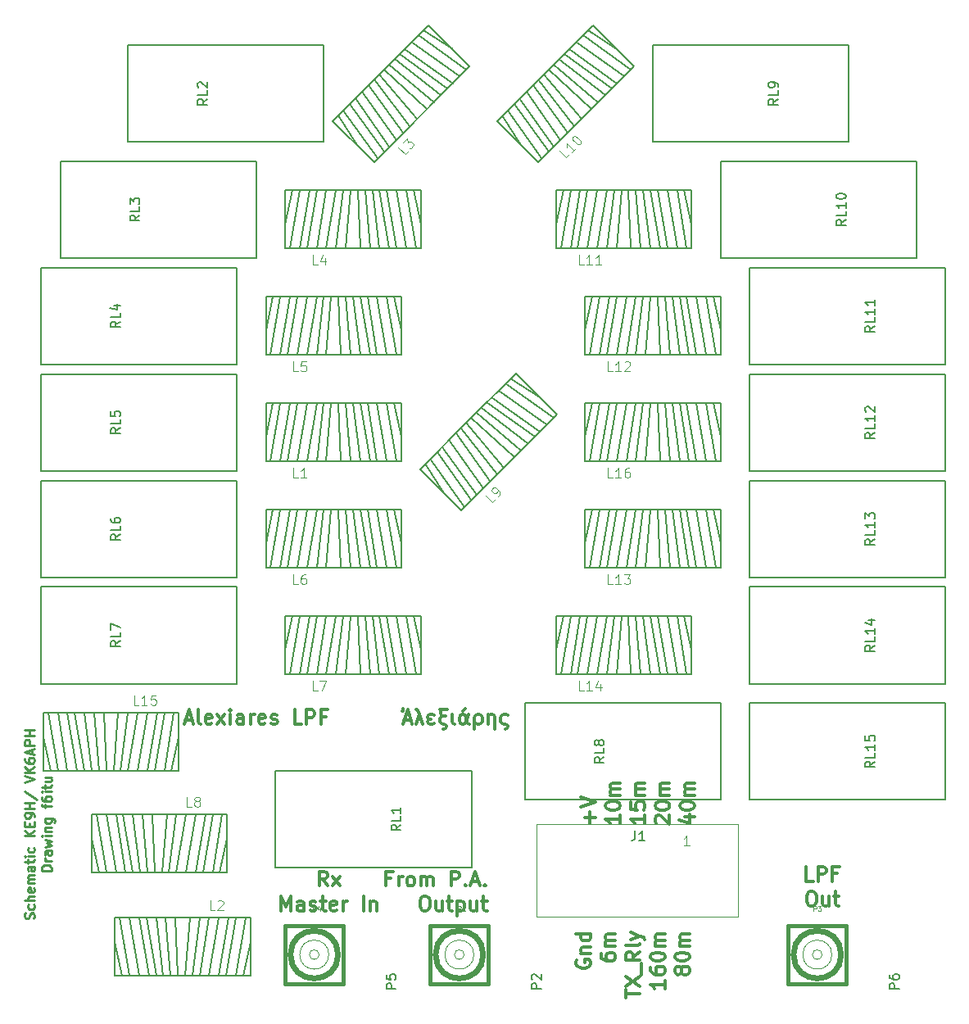
<source format=gto>
G04 #@! TF.FileFunction,Legend,Top*
%FSLAX46Y46*%
G04 Gerber Fmt 4.6, Leading zero omitted, Abs format (unit mm)*
G04 Created by KiCad (PCBNEW 4.0.7) date 01/08/18 15:31:03*
%MOMM*%
%LPD*%
G01*
G04 APERTURE LIST*
%ADD10C,0.100000*%
%ADD11C,0.300000*%
%ADD12C,0.250000*%
%ADD13C,0.150000*%
%ADD14C,0.120000*%
%ADD15C,0.099060*%
%ADD16C,0.381000*%
%ADD17C,0.125000*%
G04 APERTURE END LIST*
D10*
D11*
X94928572Y-132117857D02*
X94428572Y-132117857D01*
X94428572Y-132903571D02*
X94428572Y-131403571D01*
X95142858Y-131403571D01*
X95714286Y-132903571D02*
X95714286Y-131903571D01*
X95714286Y-132189286D02*
X95785714Y-132046429D01*
X95857143Y-131975000D01*
X96000000Y-131903571D01*
X96142857Y-131903571D01*
X96857143Y-132903571D02*
X96714285Y-132832143D01*
X96642857Y-132760714D01*
X96571428Y-132617857D01*
X96571428Y-132189286D01*
X96642857Y-132046429D01*
X96714285Y-131975000D01*
X96857143Y-131903571D01*
X97071428Y-131903571D01*
X97214285Y-131975000D01*
X97285714Y-132046429D01*
X97357143Y-132189286D01*
X97357143Y-132617857D01*
X97285714Y-132760714D01*
X97214285Y-132832143D01*
X97071428Y-132903571D01*
X96857143Y-132903571D01*
X98000000Y-132903571D02*
X98000000Y-131903571D01*
X98000000Y-132046429D02*
X98071428Y-131975000D01*
X98214286Y-131903571D01*
X98428571Y-131903571D01*
X98571428Y-131975000D01*
X98642857Y-132117857D01*
X98642857Y-132903571D01*
X98642857Y-132117857D02*
X98714286Y-131975000D01*
X98857143Y-131903571D01*
X99071428Y-131903571D01*
X99214286Y-131975000D01*
X99285714Y-132117857D01*
X99285714Y-132903571D01*
X101142857Y-132903571D02*
X101142857Y-131403571D01*
X101714285Y-131403571D01*
X101857143Y-131475000D01*
X101928571Y-131546429D01*
X102000000Y-131689286D01*
X102000000Y-131903571D01*
X101928571Y-132046429D01*
X101857143Y-132117857D01*
X101714285Y-132189286D01*
X101142857Y-132189286D01*
X102642857Y-132760714D02*
X102714285Y-132832143D01*
X102642857Y-132903571D01*
X102571428Y-132832143D01*
X102642857Y-132760714D01*
X102642857Y-132903571D01*
X103285714Y-132475000D02*
X104000000Y-132475000D01*
X103142857Y-132903571D02*
X103642857Y-131403571D01*
X104142857Y-132903571D01*
X104642857Y-132760714D02*
X104714285Y-132832143D01*
X104642857Y-132903571D01*
X104571428Y-132832143D01*
X104642857Y-132760714D01*
X104642857Y-132903571D01*
X98285713Y-133953571D02*
X98571427Y-133953571D01*
X98714285Y-134025000D01*
X98857142Y-134167857D01*
X98928570Y-134453571D01*
X98928570Y-134953571D01*
X98857142Y-135239286D01*
X98714285Y-135382143D01*
X98571427Y-135453571D01*
X98285713Y-135453571D01*
X98142856Y-135382143D01*
X97999999Y-135239286D01*
X97928570Y-134953571D01*
X97928570Y-134453571D01*
X97999999Y-134167857D01*
X98142856Y-134025000D01*
X98285713Y-133953571D01*
X100214285Y-134453571D02*
X100214285Y-135453571D01*
X99571428Y-134453571D02*
X99571428Y-135239286D01*
X99642856Y-135382143D01*
X99785714Y-135453571D01*
X99999999Y-135453571D01*
X100142856Y-135382143D01*
X100214285Y-135310714D01*
X100714285Y-134453571D02*
X101285714Y-134453571D01*
X100928571Y-133953571D02*
X100928571Y-135239286D01*
X100999999Y-135382143D01*
X101142857Y-135453571D01*
X101285714Y-135453571D01*
X101785714Y-134453571D02*
X101785714Y-135953571D01*
X101785714Y-134525000D02*
X101928571Y-134453571D01*
X102214285Y-134453571D01*
X102357142Y-134525000D01*
X102428571Y-134596429D01*
X102500000Y-134739286D01*
X102500000Y-135167857D01*
X102428571Y-135310714D01*
X102357142Y-135382143D01*
X102214285Y-135453571D01*
X101928571Y-135453571D01*
X101785714Y-135382143D01*
X103785714Y-134453571D02*
X103785714Y-135453571D01*
X103142857Y-134453571D02*
X103142857Y-135239286D01*
X103214285Y-135382143D01*
X103357143Y-135453571D01*
X103571428Y-135453571D01*
X103714285Y-135382143D01*
X103785714Y-135310714D01*
X104285714Y-134453571D02*
X104857143Y-134453571D01*
X104500000Y-133953571D02*
X104500000Y-135239286D01*
X104571428Y-135382143D01*
X104714286Y-135453571D01*
X104857143Y-135453571D01*
X96285715Y-115750000D02*
X97000001Y-115750000D01*
X96142858Y-116178571D02*
X96642858Y-114678571D01*
X97142858Y-116178571D01*
X96071430Y-114821429D02*
X96142858Y-114821429D01*
X96214287Y-114750000D01*
X96214287Y-114607143D01*
X97857144Y-115178571D02*
X97500001Y-116178571D01*
X97500001Y-114678571D02*
X97642858Y-114678571D01*
X97714286Y-114750000D01*
X97857144Y-115178571D01*
X98214286Y-116178571D01*
X98928572Y-115678571D02*
X98785715Y-115750000D01*
X98714286Y-115892857D01*
X98714286Y-115964286D01*
X98785715Y-116107143D01*
X98928572Y-116178571D01*
X99214286Y-116178571D01*
X99357143Y-116107143D01*
X99071429Y-115678571D02*
X98928572Y-115678571D01*
X98785715Y-115607143D01*
X98714286Y-115464286D01*
X98714286Y-115392857D01*
X98785715Y-115250000D01*
X98928572Y-115178571D01*
X99214286Y-115178571D01*
X99357143Y-115250000D01*
X100000001Y-114678571D02*
X100714287Y-114678571D01*
X100285715Y-114678571D02*
X100142858Y-114750000D01*
X100071429Y-114892857D01*
X100071429Y-115107143D01*
X100142858Y-115250000D01*
X100285715Y-115321429D01*
X100571429Y-115321429D01*
X100285715Y-115321429D02*
X100142858Y-115392857D01*
X100071429Y-115464286D01*
X100000001Y-115607143D01*
X100000001Y-115892857D01*
X100071429Y-116035714D01*
X100142858Y-116107143D01*
X100285715Y-116178571D01*
X100428572Y-116178571D01*
X100571429Y-116250000D01*
X100642858Y-116392857D01*
X100642858Y-116464286D01*
X100571429Y-116607143D01*
X100428572Y-116678571D01*
X100357144Y-116678571D01*
X101285715Y-115178571D02*
X101285715Y-115964286D01*
X101357143Y-116107143D01*
X101500001Y-116178571D01*
X102928572Y-115178571D02*
X102714286Y-115892857D01*
X102642857Y-116035714D01*
X102571429Y-116107143D01*
X102428572Y-116178571D01*
X102285715Y-116178571D01*
X102142857Y-116107143D01*
X102071429Y-116035714D01*
X102000000Y-115821429D01*
X102000000Y-115535714D01*
X102071429Y-115321429D01*
X102142857Y-115250000D01*
X102285715Y-115178571D01*
X102428572Y-115178571D01*
X102571429Y-115250000D01*
X102642857Y-115321429D01*
X102714286Y-115464286D01*
X102785715Y-115964286D01*
X102857143Y-116107143D01*
X103000000Y-116178571D01*
X102571429Y-114607143D02*
X102357143Y-114821429D01*
X103571429Y-116678571D02*
X103571429Y-115464286D01*
X103642857Y-115321429D01*
X103714286Y-115250000D01*
X103857143Y-115178571D01*
X104071429Y-115178571D01*
X104214286Y-115250000D01*
X104285715Y-115321429D01*
X104357143Y-115464286D01*
X104357143Y-115892857D01*
X104285715Y-116035714D01*
X104214286Y-116107143D01*
X104071429Y-116178571D01*
X103857143Y-116178571D01*
X103714286Y-116107143D01*
X103571429Y-115964286D01*
X105000000Y-115178571D02*
X105000000Y-116178571D01*
X105000000Y-115321429D02*
X105071428Y-115250000D01*
X105214286Y-115178571D01*
X105428571Y-115178571D01*
X105571428Y-115250000D01*
X105642857Y-115392857D01*
X105642857Y-116678571D01*
X107000000Y-115250000D02*
X106857143Y-115178571D01*
X106571429Y-115178571D01*
X106428571Y-115250000D01*
X106357143Y-115321429D01*
X106285714Y-115464286D01*
X106285714Y-115892857D01*
X106357143Y-116035714D01*
X106428571Y-116107143D01*
X106571429Y-116178571D01*
X106785714Y-116178571D01*
X106928571Y-116250000D01*
X107000000Y-116392857D01*
X107000000Y-116464286D01*
X106928571Y-116607143D01*
X106785714Y-116678571D01*
X73678572Y-115750000D02*
X74392858Y-115750000D01*
X73535715Y-116178571D02*
X74035715Y-114678571D01*
X74535715Y-116178571D01*
X75250001Y-116178571D02*
X75107143Y-116107143D01*
X75035715Y-115964286D01*
X75035715Y-114678571D01*
X76392857Y-116107143D02*
X76250000Y-116178571D01*
X75964286Y-116178571D01*
X75821429Y-116107143D01*
X75750000Y-115964286D01*
X75750000Y-115392857D01*
X75821429Y-115250000D01*
X75964286Y-115178571D01*
X76250000Y-115178571D01*
X76392857Y-115250000D01*
X76464286Y-115392857D01*
X76464286Y-115535714D01*
X75750000Y-115678571D01*
X76964286Y-116178571D02*
X77750000Y-115178571D01*
X76964286Y-115178571D02*
X77750000Y-116178571D01*
X78321429Y-116178571D02*
X78321429Y-115178571D01*
X78321429Y-114678571D02*
X78250000Y-114750000D01*
X78321429Y-114821429D01*
X78392857Y-114750000D01*
X78321429Y-114678571D01*
X78321429Y-114821429D01*
X79678572Y-116178571D02*
X79678572Y-115392857D01*
X79607143Y-115250000D01*
X79464286Y-115178571D01*
X79178572Y-115178571D01*
X79035715Y-115250000D01*
X79678572Y-116107143D02*
X79535715Y-116178571D01*
X79178572Y-116178571D01*
X79035715Y-116107143D01*
X78964286Y-115964286D01*
X78964286Y-115821429D01*
X79035715Y-115678571D01*
X79178572Y-115607143D01*
X79535715Y-115607143D01*
X79678572Y-115535714D01*
X80392858Y-116178571D02*
X80392858Y-115178571D01*
X80392858Y-115464286D02*
X80464286Y-115321429D01*
X80535715Y-115250000D01*
X80678572Y-115178571D01*
X80821429Y-115178571D01*
X81892857Y-116107143D02*
X81750000Y-116178571D01*
X81464286Y-116178571D01*
X81321429Y-116107143D01*
X81250000Y-115964286D01*
X81250000Y-115392857D01*
X81321429Y-115250000D01*
X81464286Y-115178571D01*
X81750000Y-115178571D01*
X81892857Y-115250000D01*
X81964286Y-115392857D01*
X81964286Y-115535714D01*
X81250000Y-115678571D01*
X82535714Y-116107143D02*
X82678571Y-116178571D01*
X82964286Y-116178571D01*
X83107143Y-116107143D01*
X83178571Y-115964286D01*
X83178571Y-115892857D01*
X83107143Y-115750000D01*
X82964286Y-115678571D01*
X82750000Y-115678571D01*
X82607143Y-115607143D01*
X82535714Y-115464286D01*
X82535714Y-115392857D01*
X82607143Y-115250000D01*
X82750000Y-115178571D01*
X82964286Y-115178571D01*
X83107143Y-115250000D01*
X85678572Y-116178571D02*
X84964286Y-116178571D01*
X84964286Y-114678571D01*
X86178572Y-116178571D02*
X86178572Y-114678571D01*
X86750000Y-114678571D01*
X86892858Y-114750000D01*
X86964286Y-114821429D01*
X87035715Y-114964286D01*
X87035715Y-115178571D01*
X86964286Y-115321429D01*
X86892858Y-115392857D01*
X86750000Y-115464286D01*
X86178572Y-115464286D01*
X88178572Y-115392857D02*
X87678572Y-115392857D01*
X87678572Y-116178571D02*
X87678572Y-114678571D01*
X88392858Y-114678571D01*
D12*
X58029762Y-136261905D02*
X58077381Y-136119048D01*
X58077381Y-135880952D01*
X58029762Y-135785714D01*
X57982143Y-135738095D01*
X57886905Y-135690476D01*
X57791667Y-135690476D01*
X57696429Y-135738095D01*
X57648810Y-135785714D01*
X57601190Y-135880952D01*
X57553571Y-136071429D01*
X57505952Y-136166667D01*
X57458333Y-136214286D01*
X57363095Y-136261905D01*
X57267857Y-136261905D01*
X57172619Y-136214286D01*
X57125000Y-136166667D01*
X57077381Y-136071429D01*
X57077381Y-135833333D01*
X57125000Y-135690476D01*
X58029762Y-134833333D02*
X58077381Y-134928571D01*
X58077381Y-135119048D01*
X58029762Y-135214286D01*
X57982143Y-135261905D01*
X57886905Y-135309524D01*
X57601190Y-135309524D01*
X57505952Y-135261905D01*
X57458333Y-135214286D01*
X57410714Y-135119048D01*
X57410714Y-134928571D01*
X57458333Y-134833333D01*
X58077381Y-134404762D02*
X57077381Y-134404762D01*
X58077381Y-133976190D02*
X57553571Y-133976190D01*
X57458333Y-134023809D01*
X57410714Y-134119047D01*
X57410714Y-134261905D01*
X57458333Y-134357143D01*
X57505952Y-134404762D01*
X58029762Y-133119047D02*
X58077381Y-133214285D01*
X58077381Y-133404762D01*
X58029762Y-133500000D01*
X57934524Y-133547619D01*
X57553571Y-133547619D01*
X57458333Y-133500000D01*
X57410714Y-133404762D01*
X57410714Y-133214285D01*
X57458333Y-133119047D01*
X57553571Y-133071428D01*
X57648810Y-133071428D01*
X57744048Y-133547619D01*
X58077381Y-132642857D02*
X57410714Y-132642857D01*
X57505952Y-132642857D02*
X57458333Y-132595238D01*
X57410714Y-132500000D01*
X57410714Y-132357142D01*
X57458333Y-132261904D01*
X57553571Y-132214285D01*
X58077381Y-132214285D01*
X57553571Y-132214285D02*
X57458333Y-132166666D01*
X57410714Y-132071428D01*
X57410714Y-131928571D01*
X57458333Y-131833333D01*
X57553571Y-131785714D01*
X58077381Y-131785714D01*
X58077381Y-130880952D02*
X57553571Y-130880952D01*
X57458333Y-130928571D01*
X57410714Y-131023809D01*
X57410714Y-131214286D01*
X57458333Y-131309524D01*
X58029762Y-130880952D02*
X58077381Y-130976190D01*
X58077381Y-131214286D01*
X58029762Y-131309524D01*
X57934524Y-131357143D01*
X57839286Y-131357143D01*
X57744048Y-131309524D01*
X57696429Y-131214286D01*
X57696429Y-130976190D01*
X57648810Y-130880952D01*
X57410714Y-130547619D02*
X57410714Y-130166667D01*
X57077381Y-130404762D02*
X57934524Y-130404762D01*
X58029762Y-130357143D01*
X58077381Y-130261905D01*
X58077381Y-130166667D01*
X58077381Y-129833333D02*
X57410714Y-129833333D01*
X57077381Y-129833333D02*
X57125000Y-129880952D01*
X57172619Y-129833333D01*
X57125000Y-129785714D01*
X57077381Y-129833333D01*
X57172619Y-129833333D01*
X58029762Y-128928571D02*
X58077381Y-129023809D01*
X58077381Y-129214286D01*
X58029762Y-129309524D01*
X57982143Y-129357143D01*
X57886905Y-129404762D01*
X57601190Y-129404762D01*
X57505952Y-129357143D01*
X57458333Y-129309524D01*
X57410714Y-129214286D01*
X57410714Y-129023809D01*
X57458333Y-128928571D01*
X58077381Y-127738095D02*
X57077381Y-127738095D01*
X58077381Y-127166666D02*
X57505952Y-127595238D01*
X57077381Y-127166666D02*
X57648810Y-127738095D01*
X57553571Y-126738095D02*
X57553571Y-126404761D01*
X58077381Y-126261904D02*
X58077381Y-126738095D01*
X57077381Y-126738095D01*
X57077381Y-126261904D01*
X58077381Y-125785714D02*
X58077381Y-125595238D01*
X58029762Y-125499999D01*
X57982143Y-125452380D01*
X57839286Y-125357142D01*
X57648810Y-125309523D01*
X57267857Y-125309523D01*
X57172619Y-125357142D01*
X57125000Y-125404761D01*
X57077381Y-125499999D01*
X57077381Y-125690476D01*
X57125000Y-125785714D01*
X57172619Y-125833333D01*
X57267857Y-125880952D01*
X57505952Y-125880952D01*
X57601190Y-125833333D01*
X57648810Y-125785714D01*
X57696429Y-125690476D01*
X57696429Y-125499999D01*
X57648810Y-125404761D01*
X57601190Y-125357142D01*
X57505952Y-125309523D01*
X58077381Y-124880952D02*
X57077381Y-124880952D01*
X57553571Y-124880952D02*
X57553571Y-124309523D01*
X58077381Y-124309523D02*
X57077381Y-124309523D01*
X57029762Y-123119047D02*
X58315476Y-123976190D01*
X57077381Y-122166666D02*
X58077381Y-121833333D01*
X57077381Y-121499999D01*
X58077381Y-121166666D02*
X57077381Y-121166666D01*
X58077381Y-120595237D02*
X57505952Y-121023809D01*
X57077381Y-120595237D02*
X57648810Y-121166666D01*
X57077381Y-119738094D02*
X57077381Y-119928571D01*
X57125000Y-120023809D01*
X57172619Y-120071428D01*
X57315476Y-120166666D01*
X57505952Y-120214285D01*
X57886905Y-120214285D01*
X57982143Y-120166666D01*
X58029762Y-120119047D01*
X58077381Y-120023809D01*
X58077381Y-119833332D01*
X58029762Y-119738094D01*
X57982143Y-119690475D01*
X57886905Y-119642856D01*
X57648810Y-119642856D01*
X57553571Y-119690475D01*
X57505952Y-119738094D01*
X57458333Y-119833332D01*
X57458333Y-120023809D01*
X57505952Y-120119047D01*
X57553571Y-120166666D01*
X57648810Y-120214285D01*
X57791667Y-119261904D02*
X57791667Y-118785713D01*
X58077381Y-119357142D02*
X57077381Y-119023809D01*
X58077381Y-118690475D01*
X58077381Y-118357142D02*
X57077381Y-118357142D01*
X57077381Y-117976189D01*
X57125000Y-117880951D01*
X57172619Y-117833332D01*
X57267857Y-117785713D01*
X57410714Y-117785713D01*
X57505952Y-117833332D01*
X57553571Y-117880951D01*
X57601190Y-117976189D01*
X57601190Y-118357142D01*
X58077381Y-117357142D02*
X57077381Y-117357142D01*
X57553571Y-117357142D02*
X57553571Y-116785713D01*
X58077381Y-116785713D02*
X57077381Y-116785713D01*
X59827381Y-131309524D02*
X58827381Y-131309524D01*
X58827381Y-131071429D01*
X58875000Y-130928571D01*
X58970238Y-130833333D01*
X59065476Y-130785714D01*
X59255952Y-130738095D01*
X59398810Y-130738095D01*
X59589286Y-130785714D01*
X59684524Y-130833333D01*
X59779762Y-130928571D01*
X59827381Y-131071429D01*
X59827381Y-131309524D01*
X59827381Y-130309524D02*
X59160714Y-130309524D01*
X59351190Y-130309524D02*
X59255952Y-130261905D01*
X59208333Y-130214286D01*
X59160714Y-130119048D01*
X59160714Y-130023809D01*
X59827381Y-129261904D02*
X59303571Y-129261904D01*
X59208333Y-129309523D01*
X59160714Y-129404761D01*
X59160714Y-129595238D01*
X59208333Y-129690476D01*
X59779762Y-129261904D02*
X59827381Y-129357142D01*
X59827381Y-129595238D01*
X59779762Y-129690476D01*
X59684524Y-129738095D01*
X59589286Y-129738095D01*
X59494048Y-129690476D01*
X59446429Y-129595238D01*
X59446429Y-129357142D01*
X59398810Y-129261904D01*
X59160714Y-128880952D02*
X59827381Y-128690476D01*
X59351190Y-128499999D01*
X59827381Y-128309523D01*
X59160714Y-128119047D01*
X59827381Y-127738095D02*
X59160714Y-127738095D01*
X58827381Y-127738095D02*
X58875000Y-127785714D01*
X58922619Y-127738095D01*
X58875000Y-127690476D01*
X58827381Y-127738095D01*
X58922619Y-127738095D01*
X59160714Y-127261905D02*
X59827381Y-127261905D01*
X59255952Y-127261905D02*
X59208333Y-127214286D01*
X59160714Y-127119048D01*
X59160714Y-126976190D01*
X59208333Y-126880952D01*
X59303571Y-126833333D01*
X59827381Y-126833333D01*
X59160714Y-125928571D02*
X59970238Y-125928571D01*
X60065476Y-125976190D01*
X60113095Y-126023809D01*
X60160714Y-126119048D01*
X60160714Y-126261905D01*
X60113095Y-126357143D01*
X59779762Y-125928571D02*
X59827381Y-126023809D01*
X59827381Y-126214286D01*
X59779762Y-126309524D01*
X59732143Y-126357143D01*
X59636905Y-126404762D01*
X59351190Y-126404762D01*
X59255952Y-126357143D01*
X59208333Y-126309524D01*
X59160714Y-126214286D01*
X59160714Y-126023809D01*
X59208333Y-125928571D01*
X59160714Y-124833333D02*
X59160714Y-124452381D01*
X59827381Y-124690476D02*
X58970238Y-124690476D01*
X58875000Y-124642857D01*
X58827381Y-124547619D01*
X58827381Y-124452381D01*
X58827381Y-123690475D02*
X58827381Y-123880952D01*
X58875000Y-123976190D01*
X58922619Y-124023809D01*
X59065476Y-124119047D01*
X59255952Y-124166666D01*
X59636905Y-124166666D01*
X59732143Y-124119047D01*
X59779762Y-124071428D01*
X59827381Y-123976190D01*
X59827381Y-123785713D01*
X59779762Y-123690475D01*
X59732143Y-123642856D01*
X59636905Y-123595237D01*
X59398810Y-123595237D01*
X59303571Y-123642856D01*
X59255952Y-123690475D01*
X59208333Y-123785713D01*
X59208333Y-123976190D01*
X59255952Y-124071428D01*
X59303571Y-124119047D01*
X59398810Y-124166666D01*
X59827381Y-123166666D02*
X59160714Y-123166666D01*
X58827381Y-123166666D02*
X58875000Y-123214285D01*
X58922619Y-123166666D01*
X58875000Y-123119047D01*
X58827381Y-123166666D01*
X58922619Y-123166666D01*
X59160714Y-122833333D02*
X59160714Y-122452381D01*
X58827381Y-122690476D02*
X59684524Y-122690476D01*
X59779762Y-122642857D01*
X59827381Y-122547619D01*
X59827381Y-122452381D01*
X59160714Y-121690475D02*
X59827381Y-121690475D01*
X59160714Y-122119047D02*
X59684524Y-122119047D01*
X59779762Y-122071428D01*
X59827381Y-121976190D01*
X59827381Y-121833332D01*
X59779762Y-121738094D01*
X59732143Y-121690475D01*
D11*
X138571429Y-132403571D02*
X137857143Y-132403571D01*
X137857143Y-130903571D01*
X139071429Y-132403571D02*
X139071429Y-130903571D01*
X139642857Y-130903571D01*
X139785715Y-130975000D01*
X139857143Y-131046429D01*
X139928572Y-131189286D01*
X139928572Y-131403571D01*
X139857143Y-131546429D01*
X139785715Y-131617857D01*
X139642857Y-131689286D01*
X139071429Y-131689286D01*
X141071429Y-131617857D02*
X140571429Y-131617857D01*
X140571429Y-132403571D02*
X140571429Y-130903571D01*
X141285715Y-130903571D01*
X138250000Y-133453571D02*
X138535714Y-133453571D01*
X138678572Y-133525000D01*
X138821429Y-133667857D01*
X138892857Y-133953571D01*
X138892857Y-134453571D01*
X138821429Y-134739286D01*
X138678572Y-134882143D01*
X138535714Y-134953571D01*
X138250000Y-134953571D01*
X138107143Y-134882143D01*
X137964286Y-134739286D01*
X137892857Y-134453571D01*
X137892857Y-133953571D01*
X137964286Y-133667857D01*
X138107143Y-133525000D01*
X138250000Y-133453571D01*
X140178572Y-133953571D02*
X140178572Y-134953571D01*
X139535715Y-133953571D02*
X139535715Y-134739286D01*
X139607143Y-134882143D01*
X139750001Y-134953571D01*
X139964286Y-134953571D01*
X140107143Y-134882143D01*
X140178572Y-134810714D01*
X140678572Y-133953571D02*
X141250001Y-133953571D01*
X140892858Y-133453571D02*
X140892858Y-134739286D01*
X140964286Y-134882143D01*
X141107144Y-134953571D01*
X141250001Y-134953571D01*
X88357143Y-132903571D02*
X87857143Y-132189286D01*
X87500000Y-132903571D02*
X87500000Y-131403571D01*
X88071428Y-131403571D01*
X88214286Y-131475000D01*
X88285714Y-131546429D01*
X88357143Y-131689286D01*
X88357143Y-131903571D01*
X88285714Y-132046429D01*
X88214286Y-132117857D01*
X88071428Y-132189286D01*
X87500000Y-132189286D01*
X88857143Y-132903571D02*
X89642857Y-131903571D01*
X88857143Y-131903571D02*
X89642857Y-132903571D01*
X83571429Y-135453571D02*
X83571429Y-133953571D01*
X84071429Y-135025000D01*
X84571429Y-133953571D01*
X84571429Y-135453571D01*
X85928572Y-135453571D02*
X85928572Y-134667857D01*
X85857143Y-134525000D01*
X85714286Y-134453571D01*
X85428572Y-134453571D01*
X85285715Y-134525000D01*
X85928572Y-135382143D02*
X85785715Y-135453571D01*
X85428572Y-135453571D01*
X85285715Y-135382143D01*
X85214286Y-135239286D01*
X85214286Y-135096429D01*
X85285715Y-134953571D01*
X85428572Y-134882143D01*
X85785715Y-134882143D01*
X85928572Y-134810714D01*
X86571429Y-135382143D02*
X86714286Y-135453571D01*
X87000001Y-135453571D01*
X87142858Y-135382143D01*
X87214286Y-135239286D01*
X87214286Y-135167857D01*
X87142858Y-135025000D01*
X87000001Y-134953571D01*
X86785715Y-134953571D01*
X86642858Y-134882143D01*
X86571429Y-134739286D01*
X86571429Y-134667857D01*
X86642858Y-134525000D01*
X86785715Y-134453571D01*
X87000001Y-134453571D01*
X87142858Y-134525000D01*
X87642858Y-134453571D02*
X88214287Y-134453571D01*
X87857144Y-133953571D02*
X87857144Y-135239286D01*
X87928572Y-135382143D01*
X88071430Y-135453571D01*
X88214287Y-135453571D01*
X89285715Y-135382143D02*
X89142858Y-135453571D01*
X88857144Y-135453571D01*
X88714287Y-135382143D01*
X88642858Y-135239286D01*
X88642858Y-134667857D01*
X88714287Y-134525000D01*
X88857144Y-134453571D01*
X89142858Y-134453571D01*
X89285715Y-134525000D01*
X89357144Y-134667857D01*
X89357144Y-134810714D01*
X88642858Y-134953571D01*
X90000001Y-135453571D02*
X90000001Y-134453571D01*
X90000001Y-134739286D02*
X90071429Y-134596429D01*
X90142858Y-134525000D01*
X90285715Y-134453571D01*
X90428572Y-134453571D01*
X92071429Y-135453571D02*
X92071429Y-133953571D01*
X92785715Y-134453571D02*
X92785715Y-135453571D01*
X92785715Y-134596429D02*
X92857143Y-134525000D01*
X93000001Y-134453571D01*
X93214286Y-134453571D01*
X93357143Y-134525000D01*
X93428572Y-134667857D01*
X93428572Y-135453571D01*
X115507143Y-126392857D02*
X115507143Y-125250000D01*
X116078571Y-125821429D02*
X114935714Y-125821429D01*
X114578571Y-124750000D02*
X116078571Y-124250000D01*
X114578571Y-123750000D01*
X118628571Y-125607143D02*
X118628571Y-126464286D01*
X118628571Y-126035714D02*
X117128571Y-126035714D01*
X117342857Y-126178571D01*
X117485714Y-126321429D01*
X117557143Y-126464286D01*
X117128571Y-124678572D02*
X117128571Y-124535715D01*
X117200000Y-124392858D01*
X117271429Y-124321429D01*
X117414286Y-124250000D01*
X117700000Y-124178572D01*
X118057143Y-124178572D01*
X118342857Y-124250000D01*
X118485714Y-124321429D01*
X118557143Y-124392858D01*
X118628571Y-124535715D01*
X118628571Y-124678572D01*
X118557143Y-124821429D01*
X118485714Y-124892858D01*
X118342857Y-124964286D01*
X118057143Y-125035715D01*
X117700000Y-125035715D01*
X117414286Y-124964286D01*
X117271429Y-124892858D01*
X117200000Y-124821429D01*
X117128571Y-124678572D01*
X118628571Y-123535715D02*
X117628571Y-123535715D01*
X117771429Y-123535715D02*
X117700000Y-123464287D01*
X117628571Y-123321429D01*
X117628571Y-123107144D01*
X117700000Y-122964287D01*
X117842857Y-122892858D01*
X118628571Y-122892858D01*
X117842857Y-122892858D02*
X117700000Y-122821429D01*
X117628571Y-122678572D01*
X117628571Y-122464287D01*
X117700000Y-122321429D01*
X117842857Y-122250001D01*
X118628571Y-122250001D01*
X121178571Y-125607143D02*
X121178571Y-126464286D01*
X121178571Y-126035714D02*
X119678571Y-126035714D01*
X119892857Y-126178571D01*
X120035714Y-126321429D01*
X120107143Y-126464286D01*
X119678571Y-124250000D02*
X119678571Y-124964286D01*
X120392857Y-125035715D01*
X120321429Y-124964286D01*
X120250000Y-124821429D01*
X120250000Y-124464286D01*
X120321429Y-124321429D01*
X120392857Y-124250000D01*
X120535714Y-124178572D01*
X120892857Y-124178572D01*
X121035714Y-124250000D01*
X121107143Y-124321429D01*
X121178571Y-124464286D01*
X121178571Y-124821429D01*
X121107143Y-124964286D01*
X121035714Y-125035715D01*
X121178571Y-123535715D02*
X120178571Y-123535715D01*
X120321429Y-123535715D02*
X120250000Y-123464287D01*
X120178571Y-123321429D01*
X120178571Y-123107144D01*
X120250000Y-122964287D01*
X120392857Y-122892858D01*
X121178571Y-122892858D01*
X120392857Y-122892858D02*
X120250000Y-122821429D01*
X120178571Y-122678572D01*
X120178571Y-122464287D01*
X120250000Y-122321429D01*
X120392857Y-122250001D01*
X121178571Y-122250001D01*
X122371429Y-126464286D02*
X122300000Y-126392857D01*
X122228571Y-126250000D01*
X122228571Y-125892857D01*
X122300000Y-125750000D01*
X122371429Y-125678571D01*
X122514286Y-125607143D01*
X122657143Y-125607143D01*
X122871429Y-125678571D01*
X123728571Y-126535714D01*
X123728571Y-125607143D01*
X122228571Y-124678572D02*
X122228571Y-124535715D01*
X122300000Y-124392858D01*
X122371429Y-124321429D01*
X122514286Y-124250000D01*
X122800000Y-124178572D01*
X123157143Y-124178572D01*
X123442857Y-124250000D01*
X123585714Y-124321429D01*
X123657143Y-124392858D01*
X123728571Y-124535715D01*
X123728571Y-124678572D01*
X123657143Y-124821429D01*
X123585714Y-124892858D01*
X123442857Y-124964286D01*
X123157143Y-125035715D01*
X122800000Y-125035715D01*
X122514286Y-124964286D01*
X122371429Y-124892858D01*
X122300000Y-124821429D01*
X122228571Y-124678572D01*
X123728571Y-123535715D02*
X122728571Y-123535715D01*
X122871429Y-123535715D02*
X122800000Y-123464287D01*
X122728571Y-123321429D01*
X122728571Y-123107144D01*
X122800000Y-122964287D01*
X122942857Y-122892858D01*
X123728571Y-122892858D01*
X122942857Y-122892858D02*
X122800000Y-122821429D01*
X122728571Y-122678572D01*
X122728571Y-122464287D01*
X122800000Y-122321429D01*
X122942857Y-122250001D01*
X123728571Y-122250001D01*
X125278571Y-125750000D02*
X126278571Y-125750000D01*
X124707143Y-126107143D02*
X125778571Y-126464286D01*
X125778571Y-125535714D01*
X124778571Y-124678572D02*
X124778571Y-124535715D01*
X124850000Y-124392858D01*
X124921429Y-124321429D01*
X125064286Y-124250000D01*
X125350000Y-124178572D01*
X125707143Y-124178572D01*
X125992857Y-124250000D01*
X126135714Y-124321429D01*
X126207143Y-124392858D01*
X126278571Y-124535715D01*
X126278571Y-124678572D01*
X126207143Y-124821429D01*
X126135714Y-124892858D01*
X125992857Y-124964286D01*
X125707143Y-125035715D01*
X125350000Y-125035715D01*
X125064286Y-124964286D01*
X124921429Y-124892858D01*
X124850000Y-124821429D01*
X124778571Y-124678572D01*
X126278571Y-123535715D02*
X125278571Y-123535715D01*
X125421429Y-123535715D02*
X125350000Y-123464287D01*
X125278571Y-123321429D01*
X125278571Y-123107144D01*
X125350000Y-122964287D01*
X125492857Y-122892858D01*
X126278571Y-122892858D01*
X125492857Y-122892858D02*
X125350000Y-122821429D01*
X125278571Y-122678572D01*
X125278571Y-122464287D01*
X125350000Y-122321429D01*
X125492857Y-122250001D01*
X126278571Y-122250001D01*
X114150000Y-140571429D02*
X114078571Y-140714286D01*
X114078571Y-140928572D01*
X114150000Y-141142857D01*
X114292857Y-141285715D01*
X114435714Y-141357143D01*
X114721429Y-141428572D01*
X114935714Y-141428572D01*
X115221429Y-141357143D01*
X115364286Y-141285715D01*
X115507143Y-141142857D01*
X115578571Y-140928572D01*
X115578571Y-140785715D01*
X115507143Y-140571429D01*
X115435714Y-140500000D01*
X114935714Y-140500000D01*
X114935714Y-140785715D01*
X114578571Y-139857143D02*
X115578571Y-139857143D01*
X114721429Y-139857143D02*
X114650000Y-139785715D01*
X114578571Y-139642857D01*
X114578571Y-139428572D01*
X114650000Y-139285715D01*
X114792857Y-139214286D01*
X115578571Y-139214286D01*
X115578571Y-137857143D02*
X114078571Y-137857143D01*
X115507143Y-137857143D02*
X115578571Y-138000000D01*
X115578571Y-138285714D01*
X115507143Y-138428572D01*
X115435714Y-138500000D01*
X115292857Y-138571429D01*
X114864286Y-138571429D01*
X114721429Y-138500000D01*
X114650000Y-138428572D01*
X114578571Y-138285714D01*
X114578571Y-138000000D01*
X114650000Y-137857143D01*
X116628571Y-139928571D02*
X116628571Y-140214285D01*
X116700000Y-140357142D01*
X116771429Y-140428571D01*
X116985714Y-140571428D01*
X117271429Y-140642857D01*
X117842857Y-140642857D01*
X117985714Y-140571428D01*
X118057143Y-140500000D01*
X118128571Y-140357142D01*
X118128571Y-140071428D01*
X118057143Y-139928571D01*
X117985714Y-139857142D01*
X117842857Y-139785714D01*
X117485714Y-139785714D01*
X117342857Y-139857142D01*
X117271429Y-139928571D01*
X117200000Y-140071428D01*
X117200000Y-140357142D01*
X117271429Y-140500000D01*
X117342857Y-140571428D01*
X117485714Y-140642857D01*
X118128571Y-139142857D02*
X117128571Y-139142857D01*
X117271429Y-139142857D02*
X117200000Y-139071429D01*
X117128571Y-138928571D01*
X117128571Y-138714286D01*
X117200000Y-138571429D01*
X117342857Y-138500000D01*
X118128571Y-138500000D01*
X117342857Y-138500000D02*
X117200000Y-138428571D01*
X117128571Y-138285714D01*
X117128571Y-138071429D01*
X117200000Y-137928571D01*
X117342857Y-137857143D01*
X118128571Y-137857143D01*
X119178571Y-144499999D02*
X119178571Y-143642856D01*
X120678571Y-144071427D02*
X119178571Y-144071427D01*
X119178571Y-143285713D02*
X120678571Y-142285713D01*
X119178571Y-142285713D02*
X120678571Y-143285713D01*
X120821429Y-142071428D02*
X120821429Y-140928571D01*
X120678571Y-139714285D02*
X119964286Y-140214285D01*
X120678571Y-140571428D02*
X119178571Y-140571428D01*
X119178571Y-140000000D01*
X119250000Y-139857142D01*
X119321429Y-139785714D01*
X119464286Y-139714285D01*
X119678571Y-139714285D01*
X119821429Y-139785714D01*
X119892857Y-139857142D01*
X119964286Y-140000000D01*
X119964286Y-140571428D01*
X120678571Y-138857142D02*
X120607143Y-139000000D01*
X120464286Y-139071428D01*
X119178571Y-139071428D01*
X119678571Y-138428571D02*
X120678571Y-138071428D01*
X119678571Y-137714286D02*
X120678571Y-138071428D01*
X121035714Y-138214286D01*
X121107143Y-138285714D01*
X121178571Y-138428571D01*
X123228571Y-142642856D02*
X123228571Y-143499999D01*
X123228571Y-143071427D02*
X121728571Y-143071427D01*
X121942857Y-143214284D01*
X122085714Y-143357142D01*
X122157143Y-143499999D01*
X121728571Y-141357142D02*
X121728571Y-141642856D01*
X121800000Y-141785713D01*
X121871429Y-141857142D01*
X122085714Y-141999999D01*
X122371429Y-142071428D01*
X122942857Y-142071428D01*
X123085714Y-141999999D01*
X123157143Y-141928571D01*
X123228571Y-141785713D01*
X123228571Y-141499999D01*
X123157143Y-141357142D01*
X123085714Y-141285713D01*
X122942857Y-141214285D01*
X122585714Y-141214285D01*
X122442857Y-141285713D01*
X122371429Y-141357142D01*
X122300000Y-141499999D01*
X122300000Y-141785713D01*
X122371429Y-141928571D01*
X122442857Y-141999999D01*
X122585714Y-142071428D01*
X121728571Y-140285714D02*
X121728571Y-140142857D01*
X121800000Y-140000000D01*
X121871429Y-139928571D01*
X122014286Y-139857142D01*
X122300000Y-139785714D01*
X122657143Y-139785714D01*
X122942857Y-139857142D01*
X123085714Y-139928571D01*
X123157143Y-140000000D01*
X123228571Y-140142857D01*
X123228571Y-140285714D01*
X123157143Y-140428571D01*
X123085714Y-140500000D01*
X122942857Y-140571428D01*
X122657143Y-140642857D01*
X122300000Y-140642857D01*
X122014286Y-140571428D01*
X121871429Y-140500000D01*
X121800000Y-140428571D01*
X121728571Y-140285714D01*
X123228571Y-139142857D02*
X122228571Y-139142857D01*
X122371429Y-139142857D02*
X122300000Y-139071429D01*
X122228571Y-138928571D01*
X122228571Y-138714286D01*
X122300000Y-138571429D01*
X122442857Y-138500000D01*
X123228571Y-138500000D01*
X122442857Y-138500000D02*
X122300000Y-138428571D01*
X122228571Y-138285714D01*
X122228571Y-138071429D01*
X122300000Y-137928571D01*
X122442857Y-137857143D01*
X123228571Y-137857143D01*
X124921429Y-141785713D02*
X124850000Y-141928571D01*
X124778571Y-141999999D01*
X124635714Y-142071428D01*
X124564286Y-142071428D01*
X124421429Y-141999999D01*
X124350000Y-141928571D01*
X124278571Y-141785713D01*
X124278571Y-141499999D01*
X124350000Y-141357142D01*
X124421429Y-141285713D01*
X124564286Y-141214285D01*
X124635714Y-141214285D01*
X124778571Y-141285713D01*
X124850000Y-141357142D01*
X124921429Y-141499999D01*
X124921429Y-141785713D01*
X124992857Y-141928571D01*
X125064286Y-141999999D01*
X125207143Y-142071428D01*
X125492857Y-142071428D01*
X125635714Y-141999999D01*
X125707143Y-141928571D01*
X125778571Y-141785713D01*
X125778571Y-141499999D01*
X125707143Y-141357142D01*
X125635714Y-141285713D01*
X125492857Y-141214285D01*
X125207143Y-141214285D01*
X125064286Y-141285713D01*
X124992857Y-141357142D01*
X124921429Y-141499999D01*
X124278571Y-140285714D02*
X124278571Y-140142857D01*
X124350000Y-140000000D01*
X124421429Y-139928571D01*
X124564286Y-139857142D01*
X124850000Y-139785714D01*
X125207143Y-139785714D01*
X125492857Y-139857142D01*
X125635714Y-139928571D01*
X125707143Y-140000000D01*
X125778571Y-140142857D01*
X125778571Y-140285714D01*
X125707143Y-140428571D01*
X125635714Y-140500000D01*
X125492857Y-140571428D01*
X125207143Y-140642857D01*
X124850000Y-140642857D01*
X124564286Y-140571428D01*
X124421429Y-140500000D01*
X124350000Y-140428571D01*
X124278571Y-140285714D01*
X125778571Y-139142857D02*
X124778571Y-139142857D01*
X124921429Y-139142857D02*
X124850000Y-139071429D01*
X124778571Y-138928571D01*
X124778571Y-138714286D01*
X124850000Y-138571429D01*
X124992857Y-138500000D01*
X125778571Y-138500000D01*
X124992857Y-138500000D02*
X124850000Y-138428571D01*
X124778571Y-138285714D01*
X124778571Y-138071429D01*
X124850000Y-137928571D01*
X124992857Y-137857143D01*
X125778571Y-137857143D01*
D13*
X89459262Y-53298097D02*
X91403806Y-56303301D01*
X89989592Y-52767767D02*
X93525126Y-57717514D01*
X90696699Y-52060660D02*
X94232233Y-57010408D01*
X91227029Y-51530330D02*
X94762563Y-56480078D01*
X91934136Y-50823223D02*
X95469670Y-55772971D01*
X92641243Y-50116117D02*
X96176777Y-55065864D01*
X93171573Y-49585786D02*
X96883883Y-54358757D01*
X98298097Y-44459262D02*
X101303301Y-46403806D01*
X97767767Y-44989592D02*
X102717514Y-48525126D01*
X97060660Y-45696699D02*
X102010408Y-49232233D01*
X96353553Y-46403806D02*
X101303301Y-49939340D01*
X95823223Y-46934136D02*
X100772971Y-50469670D01*
X95292893Y-47464466D02*
X100065864Y-51176777D01*
X94762563Y-47994796D02*
X99358757Y-51883883D01*
X93701903Y-49055456D02*
X97590990Y-53651650D01*
X94232233Y-48525126D02*
X98651650Y-52590990D01*
X93878680Y-48878680D02*
X98828427Y-43928932D01*
X98828427Y-43928932D02*
X103071068Y-48171573D01*
X103071068Y-48171573D02*
X93171573Y-58071068D01*
X93171573Y-58071068D02*
X88928932Y-53828427D01*
X88928932Y-53828427D02*
X93878680Y-48878680D01*
X112750000Y-61000000D02*
X112000000Y-64500000D01*
X113500000Y-61000000D02*
X112500000Y-67000000D01*
X114500000Y-61000000D02*
X113500000Y-67000000D01*
X115250000Y-61000000D02*
X114250000Y-67000000D01*
X116250000Y-61000000D02*
X115250000Y-67000000D01*
X117250000Y-61000000D02*
X116250000Y-67000000D01*
X118000000Y-61000000D02*
X117250000Y-67000000D01*
X125250000Y-61000000D02*
X126000000Y-64500000D01*
X124500000Y-61000000D02*
X125500000Y-67000000D01*
X123500000Y-61000000D02*
X124500000Y-67000000D01*
X122500000Y-61000000D02*
X123500000Y-67000000D01*
X121750000Y-61000000D02*
X122750000Y-67000000D01*
X121000000Y-61000000D02*
X121750000Y-67000000D01*
X120250000Y-61000000D02*
X120750000Y-67000000D01*
X118750000Y-61000000D02*
X118250000Y-67000000D01*
X119500000Y-61000000D02*
X119750000Y-67000000D01*
X119000000Y-61000000D02*
X126000000Y-61000000D01*
X126000000Y-61000000D02*
X126000000Y-67000000D01*
X126000000Y-67000000D02*
X112000000Y-67000000D01*
X112000000Y-67000000D02*
X112000000Y-61000000D01*
X112000000Y-61000000D02*
X119000000Y-61000000D01*
X115750000Y-83000000D02*
X115000000Y-86500000D01*
X116500000Y-83000000D02*
X115500000Y-89000000D01*
X117500000Y-83000000D02*
X116500000Y-89000000D01*
X118250000Y-83000000D02*
X117250000Y-89000000D01*
X119250000Y-83000000D02*
X118250000Y-89000000D01*
X120250000Y-83000000D02*
X119250000Y-89000000D01*
X121000000Y-83000000D02*
X120250000Y-89000000D01*
X128250000Y-83000000D02*
X129000000Y-86500000D01*
X127500000Y-83000000D02*
X128500000Y-89000000D01*
X126500000Y-83000000D02*
X127500000Y-89000000D01*
X125500000Y-83000000D02*
X126500000Y-89000000D01*
X124750000Y-83000000D02*
X125750000Y-89000000D01*
X124000000Y-83000000D02*
X124750000Y-89000000D01*
X123250000Y-83000000D02*
X123750000Y-89000000D01*
X121750000Y-83000000D02*
X121250000Y-89000000D01*
X122500000Y-83000000D02*
X122750000Y-89000000D01*
X122000000Y-83000000D02*
X129000000Y-83000000D01*
X129000000Y-83000000D02*
X129000000Y-89000000D01*
X129000000Y-89000000D02*
X115000000Y-89000000D01*
X115000000Y-89000000D02*
X115000000Y-83000000D01*
X115000000Y-83000000D02*
X122000000Y-83000000D01*
D14*
X130830000Y-136070000D02*
X110010000Y-136070000D01*
X110010000Y-136070000D02*
X110010000Y-126470000D01*
X110010000Y-126470000D02*
X130830000Y-126470000D01*
X130830000Y-126470000D02*
X130830000Y-136070000D01*
D13*
X132000000Y-79000000D02*
X132000000Y-69000000D01*
X152250000Y-79000000D02*
X132000000Y-79000000D01*
X152250000Y-69000000D02*
X132000000Y-69000000D01*
X152250000Y-79000000D02*
X152250000Y-69000000D01*
X115750000Y-94000000D02*
X115000000Y-97500000D01*
X116500000Y-94000000D02*
X115500000Y-100000000D01*
X117500000Y-94000000D02*
X116500000Y-100000000D01*
X118250000Y-94000000D02*
X117250000Y-100000000D01*
X119250000Y-94000000D02*
X118250000Y-100000000D01*
X120250000Y-94000000D02*
X119250000Y-100000000D01*
X121000000Y-94000000D02*
X120250000Y-100000000D01*
X128250000Y-94000000D02*
X129000000Y-97500000D01*
X127500000Y-94000000D02*
X128500000Y-100000000D01*
X126500000Y-94000000D02*
X127500000Y-100000000D01*
X125500000Y-94000000D02*
X126500000Y-100000000D01*
X124750000Y-94000000D02*
X125750000Y-100000000D01*
X124000000Y-94000000D02*
X124750000Y-100000000D01*
X123250000Y-94000000D02*
X123750000Y-100000000D01*
X121750000Y-94000000D02*
X121250000Y-100000000D01*
X122500000Y-94000000D02*
X122750000Y-100000000D01*
X122000000Y-94000000D02*
X129000000Y-94000000D01*
X129000000Y-94000000D02*
X129000000Y-100000000D01*
X129000000Y-100000000D02*
X115000000Y-100000000D01*
X115000000Y-100000000D02*
X115000000Y-94000000D01*
X115000000Y-94000000D02*
X122000000Y-94000000D01*
X129000000Y-114000000D02*
X129000000Y-124000000D01*
X108750000Y-114000000D02*
X129000000Y-114000000D01*
X108750000Y-124000000D02*
X129000000Y-124000000D01*
X108750000Y-114000000D02*
X108750000Y-124000000D01*
X88000000Y-46000000D02*
X88000000Y-56000000D01*
X67750000Y-46000000D02*
X88000000Y-46000000D01*
X67750000Y-56000000D02*
X88000000Y-56000000D01*
X67750000Y-46000000D02*
X67750000Y-56000000D01*
X132000000Y-112000000D02*
X132000000Y-102000000D01*
X152250000Y-112000000D02*
X132000000Y-112000000D01*
X152250000Y-102000000D02*
X132000000Y-102000000D01*
X152250000Y-112000000D02*
X152250000Y-102000000D01*
X82750000Y-94000000D02*
X82000000Y-97500000D01*
X83500000Y-94000000D02*
X82500000Y-100000000D01*
X84500000Y-94000000D02*
X83500000Y-100000000D01*
X85250000Y-94000000D02*
X84250000Y-100000000D01*
X86250000Y-94000000D02*
X85250000Y-100000000D01*
X87250000Y-94000000D02*
X86250000Y-100000000D01*
X88000000Y-94000000D02*
X87250000Y-100000000D01*
X95250000Y-94000000D02*
X96000000Y-97500000D01*
X94500000Y-94000000D02*
X95500000Y-100000000D01*
X93500000Y-94000000D02*
X94500000Y-100000000D01*
X92500000Y-94000000D02*
X93500000Y-100000000D01*
X91750000Y-94000000D02*
X92750000Y-100000000D01*
X91000000Y-94000000D02*
X91750000Y-100000000D01*
X90250000Y-94000000D02*
X90750000Y-100000000D01*
X88750000Y-94000000D02*
X88250000Y-100000000D01*
X89500000Y-94000000D02*
X89750000Y-100000000D01*
X89000000Y-94000000D02*
X96000000Y-94000000D01*
X96000000Y-94000000D02*
X96000000Y-100000000D01*
X96000000Y-100000000D02*
X82000000Y-100000000D01*
X82000000Y-100000000D02*
X82000000Y-94000000D01*
X82000000Y-94000000D02*
X89000000Y-94000000D01*
D15*
X102500380Y-140000000D02*
G75*
G03X102500380Y-140000000I-500380J0D01*
G01*
X103501140Y-140000000D02*
G75*
G03X103501140Y-140000000I-1501140J0D01*
G01*
D16*
X104548957Y-140000000D02*
G75*
G03X104548957Y-140000000I-2548957J0D01*
G01*
X99000260Y-137000260D02*
X104999740Y-137000260D01*
X104999740Y-137000260D02*
X104999740Y-142999740D01*
X104999740Y-142999740D02*
X99000260Y-142999740D01*
X99000260Y-142999740D02*
X99000260Y-137000260D01*
X104371904Y-140000000D02*
G75*
G03X104371904Y-140000000I-2371904J0D01*
G01*
D15*
X139500380Y-140000000D02*
G75*
G03X139500380Y-140000000I-500380J0D01*
G01*
X140501140Y-140000000D02*
G75*
G03X140501140Y-140000000I-1501140J0D01*
G01*
D16*
X141548957Y-140000000D02*
G75*
G03X141548957Y-140000000I-2548957J0D01*
G01*
X136000260Y-137000260D02*
X141999740Y-137000260D01*
X141999740Y-137000260D02*
X141999740Y-142999740D01*
X141999740Y-142999740D02*
X136000260Y-142999740D01*
X136000260Y-142999740D02*
X136000260Y-137000260D01*
X141371904Y-140000000D02*
G75*
G03X141371904Y-140000000I-2371904J0D01*
G01*
D15*
X87500380Y-140000000D02*
G75*
G03X87500380Y-140000000I-500380J0D01*
G01*
X88501140Y-140000000D02*
G75*
G03X88501140Y-140000000I-1501140J0D01*
G01*
D16*
X89548957Y-140000000D02*
G75*
G03X89548957Y-140000000I-2548957J0D01*
G01*
X84000260Y-137000260D02*
X89999740Y-137000260D01*
X89999740Y-137000260D02*
X89999740Y-142999740D01*
X89999740Y-142999740D02*
X84000260Y-142999740D01*
X84000260Y-142999740D02*
X84000260Y-137000260D01*
X89371904Y-140000000D02*
G75*
G03X89371904Y-140000000I-2371904J0D01*
G01*
D13*
X82750000Y-83000000D02*
X82000000Y-86500000D01*
X83500000Y-83000000D02*
X82500000Y-89000000D01*
X84500000Y-83000000D02*
X83500000Y-89000000D01*
X85250000Y-83000000D02*
X84250000Y-89000000D01*
X86250000Y-83000000D02*
X85250000Y-89000000D01*
X87250000Y-83000000D02*
X86250000Y-89000000D01*
X88000000Y-83000000D02*
X87250000Y-89000000D01*
X95250000Y-83000000D02*
X96000000Y-86500000D01*
X94500000Y-83000000D02*
X95500000Y-89000000D01*
X93500000Y-83000000D02*
X94500000Y-89000000D01*
X92500000Y-83000000D02*
X93500000Y-89000000D01*
X91750000Y-83000000D02*
X92750000Y-89000000D01*
X91000000Y-83000000D02*
X91750000Y-89000000D01*
X90250000Y-83000000D02*
X90750000Y-89000000D01*
X88750000Y-83000000D02*
X88250000Y-89000000D01*
X89500000Y-83000000D02*
X89750000Y-89000000D01*
X89000000Y-83000000D02*
X96000000Y-83000000D01*
X96000000Y-83000000D02*
X96000000Y-89000000D01*
X96000000Y-89000000D02*
X82000000Y-89000000D01*
X82000000Y-89000000D02*
X82000000Y-83000000D01*
X82000000Y-83000000D02*
X89000000Y-83000000D01*
X79650000Y-142200000D02*
X80400000Y-138700000D01*
X78900000Y-142200000D02*
X79900000Y-136200000D01*
X77900000Y-142200000D02*
X78900000Y-136200000D01*
X77150000Y-142200000D02*
X78150000Y-136200000D01*
X76150000Y-142200000D02*
X77150000Y-136200000D01*
X75150000Y-142200000D02*
X76150000Y-136200000D01*
X74400000Y-142200000D02*
X75150000Y-136200000D01*
X67150000Y-142200000D02*
X66400000Y-138700000D01*
X67900000Y-142200000D02*
X66900000Y-136200000D01*
X68900000Y-142200000D02*
X67900000Y-136200000D01*
X69900000Y-142200000D02*
X68900000Y-136200000D01*
X70650000Y-142200000D02*
X69650000Y-136200000D01*
X71400000Y-142200000D02*
X70650000Y-136200000D01*
X72150000Y-142200000D02*
X71650000Y-136200000D01*
X73650000Y-142200000D02*
X74150000Y-136200000D01*
X72900000Y-142200000D02*
X72650000Y-136200000D01*
X73400000Y-142200000D02*
X66400000Y-142200000D01*
X66400000Y-142200000D02*
X66400000Y-136200000D01*
X66400000Y-136200000D02*
X80400000Y-136200000D01*
X80400000Y-136200000D02*
X80400000Y-142200000D01*
X80400000Y-142200000D02*
X73400000Y-142200000D01*
X84750000Y-61000000D02*
X84000000Y-64500000D01*
X85500000Y-61000000D02*
X84500000Y-67000000D01*
X86500000Y-61000000D02*
X85500000Y-67000000D01*
X87250000Y-61000000D02*
X86250000Y-67000000D01*
X88250000Y-61000000D02*
X87250000Y-67000000D01*
X89250000Y-61000000D02*
X88250000Y-67000000D01*
X90000000Y-61000000D02*
X89250000Y-67000000D01*
X97250000Y-61000000D02*
X98000000Y-64500000D01*
X96500000Y-61000000D02*
X97500000Y-67000000D01*
X95500000Y-61000000D02*
X96500000Y-67000000D01*
X94500000Y-61000000D02*
X95500000Y-67000000D01*
X93750000Y-61000000D02*
X94750000Y-67000000D01*
X93000000Y-61000000D02*
X93750000Y-67000000D01*
X92250000Y-61000000D02*
X92750000Y-67000000D01*
X90750000Y-61000000D02*
X90250000Y-67000000D01*
X91500000Y-61000000D02*
X91750000Y-67000000D01*
X91000000Y-61000000D02*
X98000000Y-61000000D01*
X98000000Y-61000000D02*
X98000000Y-67000000D01*
X98000000Y-67000000D02*
X84000000Y-67000000D01*
X84000000Y-67000000D02*
X84000000Y-61000000D01*
X84000000Y-61000000D02*
X91000000Y-61000000D01*
X82750000Y-72000000D02*
X82000000Y-75500000D01*
X83500000Y-72000000D02*
X82500000Y-78000000D01*
X84500000Y-72000000D02*
X83500000Y-78000000D01*
X85250000Y-72000000D02*
X84250000Y-78000000D01*
X86250000Y-72000000D02*
X85250000Y-78000000D01*
X87250000Y-72000000D02*
X86250000Y-78000000D01*
X88000000Y-72000000D02*
X87250000Y-78000000D01*
X95250000Y-72000000D02*
X96000000Y-75500000D01*
X94500000Y-72000000D02*
X95500000Y-78000000D01*
X93500000Y-72000000D02*
X94500000Y-78000000D01*
X92500000Y-72000000D02*
X93500000Y-78000000D01*
X91750000Y-72000000D02*
X92750000Y-78000000D01*
X91000000Y-72000000D02*
X91750000Y-78000000D01*
X90250000Y-72000000D02*
X90750000Y-78000000D01*
X88750000Y-72000000D02*
X88250000Y-78000000D01*
X89500000Y-72000000D02*
X89750000Y-78000000D01*
X89000000Y-72000000D02*
X96000000Y-72000000D01*
X96000000Y-72000000D02*
X96000000Y-78000000D01*
X96000000Y-78000000D02*
X82000000Y-78000000D01*
X82000000Y-78000000D02*
X82000000Y-72000000D01*
X82000000Y-72000000D02*
X89000000Y-72000000D01*
X84750000Y-105000000D02*
X84000000Y-108500000D01*
X85500000Y-105000000D02*
X84500000Y-111000000D01*
X86500000Y-105000000D02*
X85500000Y-111000000D01*
X87250000Y-105000000D02*
X86250000Y-111000000D01*
X88250000Y-105000000D02*
X87250000Y-111000000D01*
X89250000Y-105000000D02*
X88250000Y-111000000D01*
X90000000Y-105000000D02*
X89250000Y-111000000D01*
X97250000Y-105000000D02*
X98000000Y-108500000D01*
X96500000Y-105000000D02*
X97500000Y-111000000D01*
X95500000Y-105000000D02*
X96500000Y-111000000D01*
X94500000Y-105000000D02*
X95500000Y-111000000D01*
X93750000Y-105000000D02*
X94750000Y-111000000D01*
X93000000Y-105000000D02*
X93750000Y-111000000D01*
X92250000Y-105000000D02*
X92750000Y-111000000D01*
X90750000Y-105000000D02*
X90250000Y-111000000D01*
X91500000Y-105000000D02*
X91750000Y-111000000D01*
X91000000Y-105000000D02*
X98000000Y-105000000D01*
X98000000Y-105000000D02*
X98000000Y-111000000D01*
X98000000Y-111000000D02*
X84000000Y-111000000D01*
X84000000Y-111000000D02*
X84000000Y-105000000D01*
X84000000Y-105000000D02*
X91000000Y-105000000D01*
X77250000Y-131500000D02*
X78000000Y-128000000D01*
X76500000Y-131500000D02*
X77500000Y-125500000D01*
X75500000Y-131500000D02*
X76500000Y-125500000D01*
X74750000Y-131500000D02*
X75750000Y-125500000D01*
X73750000Y-131500000D02*
X74750000Y-125500000D01*
X72750000Y-131500000D02*
X73750000Y-125500000D01*
X72000000Y-131500000D02*
X72750000Y-125500000D01*
X64750000Y-131500000D02*
X64000000Y-128000000D01*
X65500000Y-131500000D02*
X64500000Y-125500000D01*
X66500000Y-131500000D02*
X65500000Y-125500000D01*
X67500000Y-131500000D02*
X66500000Y-125500000D01*
X68250000Y-131500000D02*
X67250000Y-125500000D01*
X69000000Y-131500000D02*
X68250000Y-125500000D01*
X69750000Y-131500000D02*
X69250000Y-125500000D01*
X71250000Y-131500000D02*
X71750000Y-125500000D01*
X70500000Y-131500000D02*
X70250000Y-125500000D01*
X71000000Y-131500000D02*
X64000000Y-131500000D01*
X64000000Y-131500000D02*
X64000000Y-125500000D01*
X64000000Y-125500000D02*
X78000000Y-125500000D01*
X78000000Y-125500000D02*
X78000000Y-131500000D01*
X78000000Y-131500000D02*
X71000000Y-131500000D01*
X106459262Y-53298097D02*
X108403806Y-56303301D01*
X106989592Y-52767767D02*
X110525126Y-57717514D01*
X107696699Y-52060660D02*
X111232233Y-57010408D01*
X108227029Y-51530330D02*
X111762563Y-56480078D01*
X108934136Y-50823223D02*
X112469670Y-55772971D01*
X109641243Y-50116117D02*
X113176777Y-55065864D01*
X110171573Y-49585786D02*
X113883883Y-54358757D01*
X115298097Y-44459262D02*
X118303301Y-46403806D01*
X114767767Y-44989592D02*
X119717514Y-48525126D01*
X114060660Y-45696699D02*
X119010408Y-49232233D01*
X113353553Y-46403806D02*
X118303301Y-49939340D01*
X112823223Y-46934136D02*
X117772971Y-50469670D01*
X112292893Y-47464466D02*
X117065864Y-51176777D01*
X111762563Y-47994796D02*
X116358757Y-51883883D01*
X110701903Y-49055456D02*
X114590990Y-53651650D01*
X111232233Y-48525126D02*
X115651650Y-52590990D01*
X110878680Y-48878680D02*
X115828427Y-43928932D01*
X115828427Y-43928932D02*
X120071068Y-48171573D01*
X120071068Y-48171573D02*
X110171573Y-58071068D01*
X110171573Y-58071068D02*
X105928932Y-53828427D01*
X105928932Y-53828427D02*
X110878680Y-48878680D01*
X115750000Y-72000000D02*
X115000000Y-75500000D01*
X116500000Y-72000000D02*
X115500000Y-78000000D01*
X117500000Y-72000000D02*
X116500000Y-78000000D01*
X118250000Y-72000000D02*
X117250000Y-78000000D01*
X119250000Y-72000000D02*
X118250000Y-78000000D01*
X120250000Y-72000000D02*
X119250000Y-78000000D01*
X121000000Y-72000000D02*
X120250000Y-78000000D01*
X128250000Y-72000000D02*
X129000000Y-75500000D01*
X127500000Y-72000000D02*
X128500000Y-78000000D01*
X126500000Y-72000000D02*
X127500000Y-78000000D01*
X125500000Y-72000000D02*
X126500000Y-78000000D01*
X124750000Y-72000000D02*
X125750000Y-78000000D01*
X124000000Y-72000000D02*
X124750000Y-78000000D01*
X123250000Y-72000000D02*
X123750000Y-78000000D01*
X121750000Y-72000000D02*
X121250000Y-78000000D01*
X122500000Y-72000000D02*
X122750000Y-78000000D01*
X122000000Y-72000000D02*
X129000000Y-72000000D01*
X129000000Y-72000000D02*
X129000000Y-78000000D01*
X129000000Y-78000000D02*
X115000000Y-78000000D01*
X115000000Y-78000000D02*
X115000000Y-72000000D01*
X115000000Y-72000000D02*
X122000000Y-72000000D01*
X112750000Y-105000000D02*
X112000000Y-108500000D01*
X113500000Y-105000000D02*
X112500000Y-111000000D01*
X114500000Y-105000000D02*
X113500000Y-111000000D01*
X115250000Y-105000000D02*
X114250000Y-111000000D01*
X116250000Y-105000000D02*
X115250000Y-111000000D01*
X117250000Y-105000000D02*
X116250000Y-111000000D01*
X118000000Y-105000000D02*
X117250000Y-111000000D01*
X125250000Y-105000000D02*
X126000000Y-108500000D01*
X124500000Y-105000000D02*
X125500000Y-111000000D01*
X123500000Y-105000000D02*
X124500000Y-111000000D01*
X122500000Y-105000000D02*
X123500000Y-111000000D01*
X121750000Y-105000000D02*
X122750000Y-111000000D01*
X121000000Y-105000000D02*
X121750000Y-111000000D01*
X120250000Y-105000000D02*
X120750000Y-111000000D01*
X118750000Y-105000000D02*
X118250000Y-111000000D01*
X119500000Y-105000000D02*
X119750000Y-111000000D01*
X119000000Y-105000000D02*
X126000000Y-105000000D01*
X126000000Y-105000000D02*
X126000000Y-111000000D01*
X126000000Y-111000000D02*
X112000000Y-111000000D01*
X112000000Y-111000000D02*
X112000000Y-105000000D01*
X112000000Y-105000000D02*
X119000000Y-105000000D01*
X72250000Y-121000000D02*
X73000000Y-117500000D01*
X71500000Y-121000000D02*
X72500000Y-115000000D01*
X70500000Y-121000000D02*
X71500000Y-115000000D01*
X69750000Y-121000000D02*
X70750000Y-115000000D01*
X68750000Y-121000000D02*
X69750000Y-115000000D01*
X67750000Y-121000000D02*
X68750000Y-115000000D01*
X67000000Y-121000000D02*
X67750000Y-115000000D01*
X59750000Y-121000000D02*
X59000000Y-117500000D01*
X60500000Y-121000000D02*
X59500000Y-115000000D01*
X61500000Y-121000000D02*
X60500000Y-115000000D01*
X62500000Y-121000000D02*
X61500000Y-115000000D01*
X63250000Y-121000000D02*
X62250000Y-115000000D01*
X64000000Y-121000000D02*
X63250000Y-115000000D01*
X64750000Y-121000000D02*
X64250000Y-115000000D01*
X66250000Y-121000000D02*
X66750000Y-115000000D01*
X65500000Y-121000000D02*
X65250000Y-115000000D01*
X66000000Y-121000000D02*
X59000000Y-121000000D01*
X59000000Y-121000000D02*
X59000000Y-115000000D01*
X59000000Y-115000000D02*
X73000000Y-115000000D01*
X73000000Y-115000000D02*
X73000000Y-121000000D01*
X73000000Y-121000000D02*
X66000000Y-121000000D01*
X83000000Y-131000000D02*
X83000000Y-121000000D01*
X103250000Y-131000000D02*
X83000000Y-131000000D01*
X103250000Y-121000000D02*
X83000000Y-121000000D01*
X103250000Y-131000000D02*
X103250000Y-121000000D01*
X81000000Y-58000000D02*
X81000000Y-68000000D01*
X60750000Y-58000000D02*
X81000000Y-58000000D01*
X60750000Y-68000000D02*
X81000000Y-68000000D01*
X60750000Y-58000000D02*
X60750000Y-68000000D01*
X79000000Y-69000000D02*
X79000000Y-79000000D01*
X58750000Y-69000000D02*
X79000000Y-69000000D01*
X58750000Y-79000000D02*
X79000000Y-79000000D01*
X58750000Y-69000000D02*
X58750000Y-79000000D01*
X79000000Y-80000000D02*
X79000000Y-90000000D01*
X58750000Y-80000000D02*
X79000000Y-80000000D01*
X58750000Y-90000000D02*
X79000000Y-90000000D01*
X58750000Y-80000000D02*
X58750000Y-90000000D01*
X79000000Y-91000000D02*
X79000000Y-101000000D01*
X58750000Y-91000000D02*
X79000000Y-91000000D01*
X58750000Y-101000000D02*
X79000000Y-101000000D01*
X58750000Y-91000000D02*
X58750000Y-101000000D01*
X79000000Y-102000000D02*
X79000000Y-112000000D01*
X58750000Y-102000000D02*
X79000000Y-102000000D01*
X58750000Y-112000000D02*
X79000000Y-112000000D01*
X58750000Y-102000000D02*
X58750000Y-112000000D01*
X122000000Y-56000000D02*
X122000000Y-46000000D01*
X142250000Y-56000000D02*
X122000000Y-56000000D01*
X142250000Y-46000000D02*
X122000000Y-46000000D01*
X142250000Y-56000000D02*
X142250000Y-46000000D01*
X129000000Y-68000000D02*
X129000000Y-58000000D01*
X149250000Y-68000000D02*
X129000000Y-68000000D01*
X149250000Y-58000000D02*
X129000000Y-58000000D01*
X149250000Y-68000000D02*
X149250000Y-58000000D01*
X132000000Y-90000000D02*
X132000000Y-80000000D01*
X152250000Y-90000000D02*
X132000000Y-90000000D01*
X152250000Y-80000000D02*
X132000000Y-80000000D01*
X152250000Y-90000000D02*
X152250000Y-80000000D01*
X132000000Y-101000000D02*
X132000000Y-91000000D01*
X152250000Y-101000000D02*
X132000000Y-101000000D01*
X152250000Y-91000000D02*
X132000000Y-91000000D01*
X152250000Y-101000000D02*
X152250000Y-91000000D01*
X132000000Y-124000000D02*
X132000000Y-114000000D01*
X152250000Y-124000000D02*
X132000000Y-124000000D01*
X152250000Y-114000000D02*
X132000000Y-114000000D01*
X152250000Y-124000000D02*
X152250000Y-114000000D01*
X98459262Y-89298097D02*
X100403806Y-92303301D01*
X98989592Y-88767767D02*
X102525126Y-93717514D01*
X99696699Y-88060660D02*
X103232233Y-93010408D01*
X100227029Y-87530330D02*
X103762563Y-92480078D01*
X100934136Y-86823223D02*
X104469670Y-91772971D01*
X101641243Y-86116117D02*
X105176777Y-91065864D01*
X102171573Y-85585786D02*
X105883883Y-90358757D01*
X107298097Y-80459262D02*
X110303301Y-82403806D01*
X106767767Y-80989592D02*
X111717514Y-84525126D01*
X106060660Y-81696699D02*
X111010408Y-85232233D01*
X105353553Y-82403806D02*
X110303301Y-85939340D01*
X104823223Y-82934136D02*
X109772971Y-86469670D01*
X104292893Y-83464466D02*
X109065864Y-87176777D01*
X103762563Y-83994796D02*
X108358757Y-87883883D01*
X102701903Y-85055456D02*
X106590990Y-89651650D01*
X103232233Y-84525126D02*
X107651650Y-88590990D01*
X102878680Y-84878680D02*
X107828427Y-79928932D01*
X107828427Y-79928932D02*
X112071068Y-84171573D01*
X112071068Y-84171573D02*
X102171573Y-94071068D01*
X102171573Y-94071068D02*
X97928932Y-89828427D01*
X97928932Y-89828427D02*
X102878680Y-84878680D01*
D17*
X96732361Y-56917810D02*
X96395643Y-57254528D01*
X95688536Y-56547421D01*
X96193613Y-56042345D02*
X96631346Y-55604612D01*
X96665017Y-56109688D01*
X96766033Y-56008673D01*
X96867048Y-55975001D01*
X96934391Y-55975001D01*
X97035407Y-56008673D01*
X97203766Y-56177032D01*
X97237437Y-56278047D01*
X97237437Y-56345390D01*
X97203766Y-56446406D01*
X97001735Y-56648437D01*
X96900720Y-56682108D01*
X96833376Y-56682108D01*
X114857143Y-68702381D02*
X114380952Y-68702381D01*
X114380952Y-67702381D01*
X115714286Y-68702381D02*
X115142857Y-68702381D01*
X115428571Y-68702381D02*
X115428571Y-67702381D01*
X115333333Y-67845238D01*
X115238095Y-67940476D01*
X115142857Y-67988095D01*
X116666667Y-68702381D02*
X116095238Y-68702381D01*
X116380952Y-68702381D02*
X116380952Y-67702381D01*
X116285714Y-67845238D01*
X116190476Y-67940476D01*
X116095238Y-67988095D01*
X117857143Y-90702381D02*
X117380952Y-90702381D01*
X117380952Y-89702381D01*
X118714286Y-90702381D02*
X118142857Y-90702381D01*
X118428571Y-90702381D02*
X118428571Y-89702381D01*
X118333333Y-89845238D01*
X118238095Y-89940476D01*
X118142857Y-89988095D01*
X119571429Y-89702381D02*
X119380952Y-89702381D01*
X119285714Y-89750000D01*
X119238095Y-89797619D01*
X119142857Y-89940476D01*
X119095238Y-90130952D01*
X119095238Y-90511905D01*
X119142857Y-90607143D01*
X119190476Y-90654762D01*
X119285714Y-90702381D01*
X119476191Y-90702381D01*
X119571429Y-90654762D01*
X119619048Y-90607143D01*
X119666667Y-90511905D01*
X119666667Y-90273810D01*
X119619048Y-90178571D01*
X119571429Y-90130952D01*
X119476191Y-90083333D01*
X119285714Y-90083333D01*
X119190476Y-90130952D01*
X119142857Y-90178571D01*
X119095238Y-90273810D01*
D13*
X120166667Y-127202381D02*
X120166667Y-127916667D01*
X120119047Y-128059524D01*
X120023809Y-128154762D01*
X119880952Y-128202381D01*
X119785714Y-128202381D01*
X121166667Y-128202381D02*
X120595238Y-128202381D01*
X120880952Y-128202381D02*
X120880952Y-127202381D01*
X120785714Y-127345238D01*
X120690476Y-127440476D01*
X120595238Y-127488095D01*
D14*
X125765715Y-128732381D02*
X125194286Y-128732381D01*
X125480000Y-128732381D02*
X125480000Y-127732381D01*
X125384762Y-127875238D01*
X125289524Y-127970476D01*
X125194286Y-128018095D01*
D13*
X144952381Y-75047619D02*
X144476190Y-75380953D01*
X144952381Y-75619048D02*
X143952381Y-75619048D01*
X143952381Y-75238095D01*
X144000000Y-75142857D01*
X144047619Y-75095238D01*
X144142857Y-75047619D01*
X144285714Y-75047619D01*
X144380952Y-75095238D01*
X144428571Y-75142857D01*
X144476190Y-75238095D01*
X144476190Y-75619048D01*
X144952381Y-74142857D02*
X144952381Y-74619048D01*
X143952381Y-74619048D01*
X144952381Y-73285714D02*
X144952381Y-73857143D01*
X144952381Y-73571429D02*
X143952381Y-73571429D01*
X144095238Y-73666667D01*
X144190476Y-73761905D01*
X144238095Y-73857143D01*
X144952381Y-72333333D02*
X144952381Y-72904762D01*
X144952381Y-72619048D02*
X143952381Y-72619048D01*
X144095238Y-72714286D01*
X144190476Y-72809524D01*
X144238095Y-72904762D01*
D17*
X117857143Y-101702381D02*
X117380952Y-101702381D01*
X117380952Y-100702381D01*
X118714286Y-101702381D02*
X118142857Y-101702381D01*
X118428571Y-101702381D02*
X118428571Y-100702381D01*
X118333333Y-100845238D01*
X118238095Y-100940476D01*
X118142857Y-100988095D01*
X119047619Y-100702381D02*
X119666667Y-100702381D01*
X119333333Y-101083333D01*
X119476191Y-101083333D01*
X119571429Y-101130952D01*
X119619048Y-101178571D01*
X119666667Y-101273810D01*
X119666667Y-101511905D01*
X119619048Y-101607143D01*
X119571429Y-101654762D01*
X119476191Y-101702381D01*
X119190476Y-101702381D01*
X119095238Y-101654762D01*
X119047619Y-101607143D01*
D13*
X116952381Y-119571428D02*
X116476190Y-119904762D01*
X116952381Y-120142857D02*
X115952381Y-120142857D01*
X115952381Y-119761904D01*
X116000000Y-119666666D01*
X116047619Y-119619047D01*
X116142857Y-119571428D01*
X116285714Y-119571428D01*
X116380952Y-119619047D01*
X116428571Y-119666666D01*
X116476190Y-119761904D01*
X116476190Y-120142857D01*
X116952381Y-118666666D02*
X116952381Y-119142857D01*
X115952381Y-119142857D01*
X116380952Y-118190476D02*
X116333333Y-118285714D01*
X116285714Y-118333333D01*
X116190476Y-118380952D01*
X116142857Y-118380952D01*
X116047619Y-118333333D01*
X116000000Y-118285714D01*
X115952381Y-118190476D01*
X115952381Y-117999999D01*
X116000000Y-117904761D01*
X116047619Y-117857142D01*
X116142857Y-117809523D01*
X116190476Y-117809523D01*
X116285714Y-117857142D01*
X116333333Y-117904761D01*
X116380952Y-117999999D01*
X116380952Y-118190476D01*
X116428571Y-118285714D01*
X116476190Y-118333333D01*
X116571429Y-118380952D01*
X116761905Y-118380952D01*
X116857143Y-118333333D01*
X116904762Y-118285714D01*
X116952381Y-118190476D01*
X116952381Y-117999999D01*
X116904762Y-117904761D01*
X116857143Y-117857142D01*
X116761905Y-117809523D01*
X116571429Y-117809523D01*
X116476190Y-117857142D01*
X116428571Y-117904761D01*
X116380952Y-117999999D01*
X75952381Y-51571428D02*
X75476190Y-51904762D01*
X75952381Y-52142857D02*
X74952381Y-52142857D01*
X74952381Y-51761904D01*
X75000000Y-51666666D01*
X75047619Y-51619047D01*
X75142857Y-51571428D01*
X75285714Y-51571428D01*
X75380952Y-51619047D01*
X75428571Y-51666666D01*
X75476190Y-51761904D01*
X75476190Y-52142857D01*
X75952381Y-50666666D02*
X75952381Y-51142857D01*
X74952381Y-51142857D01*
X75047619Y-50380952D02*
X75000000Y-50333333D01*
X74952381Y-50238095D01*
X74952381Y-49999999D01*
X75000000Y-49904761D01*
X75047619Y-49857142D01*
X75142857Y-49809523D01*
X75238095Y-49809523D01*
X75380952Y-49857142D01*
X75952381Y-50428571D01*
X75952381Y-49809523D01*
X144952381Y-108047619D02*
X144476190Y-108380953D01*
X144952381Y-108619048D02*
X143952381Y-108619048D01*
X143952381Y-108238095D01*
X144000000Y-108142857D01*
X144047619Y-108095238D01*
X144142857Y-108047619D01*
X144285714Y-108047619D01*
X144380952Y-108095238D01*
X144428571Y-108142857D01*
X144476190Y-108238095D01*
X144476190Y-108619048D01*
X144952381Y-107142857D02*
X144952381Y-107619048D01*
X143952381Y-107619048D01*
X144952381Y-106285714D02*
X144952381Y-106857143D01*
X144952381Y-106571429D02*
X143952381Y-106571429D01*
X144095238Y-106666667D01*
X144190476Y-106761905D01*
X144238095Y-106857143D01*
X144285714Y-105428571D02*
X144952381Y-105428571D01*
X143904762Y-105666667D02*
X144619048Y-105904762D01*
X144619048Y-105285714D01*
D17*
X85333334Y-101702381D02*
X84857143Y-101702381D01*
X84857143Y-100702381D01*
X86095239Y-100702381D02*
X85904762Y-100702381D01*
X85809524Y-100750000D01*
X85761905Y-100797619D01*
X85666667Y-100940476D01*
X85619048Y-101130952D01*
X85619048Y-101511905D01*
X85666667Y-101607143D01*
X85714286Y-101654762D01*
X85809524Y-101702381D01*
X86000001Y-101702381D01*
X86095239Y-101654762D01*
X86142858Y-101607143D01*
X86190477Y-101511905D01*
X86190477Y-101273810D01*
X86142858Y-101178571D01*
X86095239Y-101130952D01*
X86000001Y-101083333D01*
X85809524Y-101083333D01*
X85714286Y-101130952D01*
X85666667Y-101178571D01*
X85619048Y-101273810D01*
D10*
X101880953Y-135476190D02*
X101880953Y-134976190D01*
X102071429Y-134976190D01*
X102119048Y-135000000D01*
X102142857Y-135023810D01*
X102166667Y-135071429D01*
X102166667Y-135142857D01*
X102142857Y-135190476D01*
X102119048Y-135214286D01*
X102071429Y-135238095D01*
X101880953Y-135238095D01*
X102642857Y-135476190D02*
X102357143Y-135476190D01*
X102500000Y-135476190D02*
X102500000Y-134976190D01*
X102452381Y-135047619D01*
X102404762Y-135095238D01*
X102357143Y-135119048D01*
X138630953Y-135476190D02*
X138630953Y-134976190D01*
X138821429Y-134976190D01*
X138869048Y-135000000D01*
X138892857Y-135023810D01*
X138916667Y-135071429D01*
X138916667Y-135142857D01*
X138892857Y-135190476D01*
X138869048Y-135214286D01*
X138821429Y-135238095D01*
X138630953Y-135238095D01*
X139083334Y-134976190D02*
X139392857Y-134976190D01*
X139226191Y-135166667D01*
X139297619Y-135166667D01*
X139345238Y-135190476D01*
X139369048Y-135214286D01*
X139392857Y-135261905D01*
X139392857Y-135380952D01*
X139369048Y-135428571D01*
X139345238Y-135452381D01*
X139297619Y-135476190D01*
X139154762Y-135476190D01*
X139107143Y-135452381D01*
X139083334Y-135428571D01*
X86880953Y-135476190D02*
X86880953Y-134976190D01*
X87071429Y-134976190D01*
X87119048Y-135000000D01*
X87142857Y-135023810D01*
X87166667Y-135071429D01*
X87166667Y-135142857D01*
X87142857Y-135190476D01*
X87119048Y-135214286D01*
X87071429Y-135238095D01*
X86880953Y-135238095D01*
X87595238Y-135142857D02*
X87595238Y-135476190D01*
X87476191Y-134952381D02*
X87357143Y-135309524D01*
X87666667Y-135309524D01*
D17*
X85333334Y-90702381D02*
X84857143Y-90702381D01*
X84857143Y-89702381D01*
X86190477Y-90702381D02*
X85619048Y-90702381D01*
X85904762Y-90702381D02*
X85904762Y-89702381D01*
X85809524Y-89845238D01*
X85714286Y-89940476D01*
X85619048Y-89988095D01*
X76733334Y-135402381D02*
X76257143Y-135402381D01*
X76257143Y-134402381D01*
X77019048Y-134497619D02*
X77066667Y-134450000D01*
X77161905Y-134402381D01*
X77400001Y-134402381D01*
X77495239Y-134450000D01*
X77542858Y-134497619D01*
X77590477Y-134592857D01*
X77590477Y-134688095D01*
X77542858Y-134830952D01*
X76971429Y-135402381D01*
X77590477Y-135402381D01*
X87333334Y-68702381D02*
X86857143Y-68702381D01*
X86857143Y-67702381D01*
X88095239Y-68035714D02*
X88095239Y-68702381D01*
X87857143Y-67654762D02*
X87619048Y-68369048D01*
X88238096Y-68369048D01*
X85333334Y-79702381D02*
X84857143Y-79702381D01*
X84857143Y-78702381D01*
X86142858Y-78702381D02*
X85666667Y-78702381D01*
X85619048Y-79178571D01*
X85666667Y-79130952D01*
X85761905Y-79083333D01*
X86000001Y-79083333D01*
X86095239Y-79130952D01*
X86142858Y-79178571D01*
X86190477Y-79273810D01*
X86190477Y-79511905D01*
X86142858Y-79607143D01*
X86095239Y-79654762D01*
X86000001Y-79702381D01*
X85761905Y-79702381D01*
X85666667Y-79654762D01*
X85619048Y-79607143D01*
X87333334Y-112702381D02*
X86857143Y-112702381D01*
X86857143Y-111702381D01*
X87571429Y-111702381D02*
X88238096Y-111702381D01*
X87809524Y-112702381D01*
X74333334Y-124702381D02*
X73857143Y-124702381D01*
X73857143Y-123702381D01*
X74809524Y-124130952D02*
X74714286Y-124083333D01*
X74666667Y-124035714D01*
X74619048Y-123940476D01*
X74619048Y-123892857D01*
X74666667Y-123797619D01*
X74714286Y-123750000D01*
X74809524Y-123702381D01*
X75000001Y-123702381D01*
X75095239Y-123750000D01*
X75142858Y-123797619D01*
X75190477Y-123892857D01*
X75190477Y-123940476D01*
X75142858Y-124035714D01*
X75095239Y-124083333D01*
X75000001Y-124130952D01*
X74809524Y-124130952D01*
X74714286Y-124178571D01*
X74666667Y-124226190D01*
X74619048Y-124321429D01*
X74619048Y-124511905D01*
X74666667Y-124607143D01*
X74714286Y-124654762D01*
X74809524Y-124702381D01*
X75000001Y-124702381D01*
X75095239Y-124654762D01*
X75142858Y-124607143D01*
X75190477Y-124511905D01*
X75190477Y-124321429D01*
X75142858Y-124226190D01*
X75095239Y-124178571D01*
X75000001Y-124130952D01*
X113395643Y-57254528D02*
X113058925Y-57591246D01*
X112351818Y-56884139D01*
X114001735Y-56648437D02*
X113597673Y-57052498D01*
X113799704Y-56850468D02*
X113092597Y-56143361D01*
X113126269Y-56311719D01*
X113126269Y-56446406D01*
X113092597Y-56547421D01*
X113732360Y-55503597D02*
X113799704Y-55436253D01*
X113900720Y-55402582D01*
X113968063Y-55402582D01*
X114069078Y-55436253D01*
X114237437Y-55537268D01*
X114405796Y-55705628D01*
X114506811Y-55873986D01*
X114540483Y-55975002D01*
X114540483Y-56042345D01*
X114506811Y-56143360D01*
X114439467Y-56210704D01*
X114338452Y-56244376D01*
X114271108Y-56244376D01*
X114170093Y-56210704D01*
X114001735Y-56109689D01*
X113833375Y-55941330D01*
X113732360Y-55772971D01*
X113698689Y-55671956D01*
X113698689Y-55604613D01*
X113732360Y-55503597D01*
X117857143Y-79702381D02*
X117380952Y-79702381D01*
X117380952Y-78702381D01*
X118714286Y-79702381D02*
X118142857Y-79702381D01*
X118428571Y-79702381D02*
X118428571Y-78702381D01*
X118333333Y-78845238D01*
X118238095Y-78940476D01*
X118142857Y-78988095D01*
X119095238Y-78797619D02*
X119142857Y-78750000D01*
X119238095Y-78702381D01*
X119476191Y-78702381D01*
X119571429Y-78750000D01*
X119619048Y-78797619D01*
X119666667Y-78892857D01*
X119666667Y-78988095D01*
X119619048Y-79130952D01*
X119047619Y-79702381D01*
X119666667Y-79702381D01*
X114857143Y-112702381D02*
X114380952Y-112702381D01*
X114380952Y-111702381D01*
X115714286Y-112702381D02*
X115142857Y-112702381D01*
X115428571Y-112702381D02*
X115428571Y-111702381D01*
X115333333Y-111845238D01*
X115238095Y-111940476D01*
X115142857Y-111988095D01*
X116571429Y-112035714D02*
X116571429Y-112702381D01*
X116333333Y-111654762D02*
X116095238Y-112369048D01*
X116714286Y-112369048D01*
X68857143Y-114202381D02*
X68380952Y-114202381D01*
X68380952Y-113202381D01*
X69714286Y-114202381D02*
X69142857Y-114202381D01*
X69428571Y-114202381D02*
X69428571Y-113202381D01*
X69333333Y-113345238D01*
X69238095Y-113440476D01*
X69142857Y-113488095D01*
X70619048Y-113202381D02*
X70142857Y-113202381D01*
X70095238Y-113678571D01*
X70142857Y-113630952D01*
X70238095Y-113583333D01*
X70476191Y-113583333D01*
X70571429Y-113630952D01*
X70619048Y-113678571D01*
X70666667Y-113773810D01*
X70666667Y-114011905D01*
X70619048Y-114107143D01*
X70571429Y-114154762D01*
X70476191Y-114202381D01*
X70238095Y-114202381D01*
X70142857Y-114154762D01*
X70095238Y-114107143D01*
D13*
X95952381Y-126571428D02*
X95476190Y-126904762D01*
X95952381Y-127142857D02*
X94952381Y-127142857D01*
X94952381Y-126761904D01*
X95000000Y-126666666D01*
X95047619Y-126619047D01*
X95142857Y-126571428D01*
X95285714Y-126571428D01*
X95380952Y-126619047D01*
X95428571Y-126666666D01*
X95476190Y-126761904D01*
X95476190Y-127142857D01*
X95952381Y-125666666D02*
X95952381Y-126142857D01*
X94952381Y-126142857D01*
X95952381Y-124809523D02*
X95952381Y-125380952D01*
X95952381Y-125095238D02*
X94952381Y-125095238D01*
X95095238Y-125190476D01*
X95190476Y-125285714D01*
X95238095Y-125380952D01*
X68952381Y-63571428D02*
X68476190Y-63904762D01*
X68952381Y-64142857D02*
X67952381Y-64142857D01*
X67952381Y-63761904D01*
X68000000Y-63666666D01*
X68047619Y-63619047D01*
X68142857Y-63571428D01*
X68285714Y-63571428D01*
X68380952Y-63619047D01*
X68428571Y-63666666D01*
X68476190Y-63761904D01*
X68476190Y-64142857D01*
X68952381Y-62666666D02*
X68952381Y-63142857D01*
X67952381Y-63142857D01*
X67952381Y-62428571D02*
X67952381Y-61809523D01*
X68333333Y-62142857D01*
X68333333Y-61999999D01*
X68380952Y-61904761D01*
X68428571Y-61857142D01*
X68523810Y-61809523D01*
X68761905Y-61809523D01*
X68857143Y-61857142D01*
X68904762Y-61904761D01*
X68952381Y-61999999D01*
X68952381Y-62285714D01*
X68904762Y-62380952D01*
X68857143Y-62428571D01*
X66952381Y-74571428D02*
X66476190Y-74904762D01*
X66952381Y-75142857D02*
X65952381Y-75142857D01*
X65952381Y-74761904D01*
X66000000Y-74666666D01*
X66047619Y-74619047D01*
X66142857Y-74571428D01*
X66285714Y-74571428D01*
X66380952Y-74619047D01*
X66428571Y-74666666D01*
X66476190Y-74761904D01*
X66476190Y-75142857D01*
X66952381Y-73666666D02*
X66952381Y-74142857D01*
X65952381Y-74142857D01*
X66285714Y-72904761D02*
X66952381Y-72904761D01*
X65904762Y-73142857D02*
X66619048Y-73380952D01*
X66619048Y-72761904D01*
X66952381Y-85571428D02*
X66476190Y-85904762D01*
X66952381Y-86142857D02*
X65952381Y-86142857D01*
X65952381Y-85761904D01*
X66000000Y-85666666D01*
X66047619Y-85619047D01*
X66142857Y-85571428D01*
X66285714Y-85571428D01*
X66380952Y-85619047D01*
X66428571Y-85666666D01*
X66476190Y-85761904D01*
X66476190Y-86142857D01*
X66952381Y-84666666D02*
X66952381Y-85142857D01*
X65952381Y-85142857D01*
X65952381Y-83857142D02*
X65952381Y-84333333D01*
X66428571Y-84380952D01*
X66380952Y-84333333D01*
X66333333Y-84238095D01*
X66333333Y-83999999D01*
X66380952Y-83904761D01*
X66428571Y-83857142D01*
X66523810Y-83809523D01*
X66761905Y-83809523D01*
X66857143Y-83857142D01*
X66904762Y-83904761D01*
X66952381Y-83999999D01*
X66952381Y-84238095D01*
X66904762Y-84333333D01*
X66857143Y-84380952D01*
X66952381Y-96571428D02*
X66476190Y-96904762D01*
X66952381Y-97142857D02*
X65952381Y-97142857D01*
X65952381Y-96761904D01*
X66000000Y-96666666D01*
X66047619Y-96619047D01*
X66142857Y-96571428D01*
X66285714Y-96571428D01*
X66380952Y-96619047D01*
X66428571Y-96666666D01*
X66476190Y-96761904D01*
X66476190Y-97142857D01*
X66952381Y-95666666D02*
X66952381Y-96142857D01*
X65952381Y-96142857D01*
X65952381Y-94904761D02*
X65952381Y-95095238D01*
X66000000Y-95190476D01*
X66047619Y-95238095D01*
X66190476Y-95333333D01*
X66380952Y-95380952D01*
X66761905Y-95380952D01*
X66857143Y-95333333D01*
X66904762Y-95285714D01*
X66952381Y-95190476D01*
X66952381Y-94999999D01*
X66904762Y-94904761D01*
X66857143Y-94857142D01*
X66761905Y-94809523D01*
X66523810Y-94809523D01*
X66428571Y-94857142D01*
X66380952Y-94904761D01*
X66333333Y-94999999D01*
X66333333Y-95190476D01*
X66380952Y-95285714D01*
X66428571Y-95333333D01*
X66523810Y-95380952D01*
X66952381Y-107571428D02*
X66476190Y-107904762D01*
X66952381Y-108142857D02*
X65952381Y-108142857D01*
X65952381Y-107761904D01*
X66000000Y-107666666D01*
X66047619Y-107619047D01*
X66142857Y-107571428D01*
X66285714Y-107571428D01*
X66380952Y-107619047D01*
X66428571Y-107666666D01*
X66476190Y-107761904D01*
X66476190Y-108142857D01*
X66952381Y-106666666D02*
X66952381Y-107142857D01*
X65952381Y-107142857D01*
X65952381Y-106428571D02*
X65952381Y-105761904D01*
X66952381Y-106190476D01*
X134952381Y-51571428D02*
X134476190Y-51904762D01*
X134952381Y-52142857D02*
X133952381Y-52142857D01*
X133952381Y-51761904D01*
X134000000Y-51666666D01*
X134047619Y-51619047D01*
X134142857Y-51571428D01*
X134285714Y-51571428D01*
X134380952Y-51619047D01*
X134428571Y-51666666D01*
X134476190Y-51761904D01*
X134476190Y-52142857D01*
X134952381Y-50666666D02*
X134952381Y-51142857D01*
X133952381Y-51142857D01*
X134952381Y-50285714D02*
X134952381Y-50095238D01*
X134904762Y-49999999D01*
X134857143Y-49952380D01*
X134714286Y-49857142D01*
X134523810Y-49809523D01*
X134142857Y-49809523D01*
X134047619Y-49857142D01*
X134000000Y-49904761D01*
X133952381Y-49999999D01*
X133952381Y-50190476D01*
X134000000Y-50285714D01*
X134047619Y-50333333D01*
X134142857Y-50380952D01*
X134380952Y-50380952D01*
X134476190Y-50333333D01*
X134523810Y-50285714D01*
X134571429Y-50190476D01*
X134571429Y-49999999D01*
X134523810Y-49904761D01*
X134476190Y-49857142D01*
X134380952Y-49809523D01*
X141952381Y-64047619D02*
X141476190Y-64380953D01*
X141952381Y-64619048D02*
X140952381Y-64619048D01*
X140952381Y-64238095D01*
X141000000Y-64142857D01*
X141047619Y-64095238D01*
X141142857Y-64047619D01*
X141285714Y-64047619D01*
X141380952Y-64095238D01*
X141428571Y-64142857D01*
X141476190Y-64238095D01*
X141476190Y-64619048D01*
X141952381Y-63142857D02*
X141952381Y-63619048D01*
X140952381Y-63619048D01*
X141952381Y-62285714D02*
X141952381Y-62857143D01*
X141952381Y-62571429D02*
X140952381Y-62571429D01*
X141095238Y-62666667D01*
X141190476Y-62761905D01*
X141238095Y-62857143D01*
X140952381Y-61666667D02*
X140952381Y-61571428D01*
X141000000Y-61476190D01*
X141047619Y-61428571D01*
X141142857Y-61380952D01*
X141333333Y-61333333D01*
X141571429Y-61333333D01*
X141761905Y-61380952D01*
X141857143Y-61428571D01*
X141904762Y-61476190D01*
X141952381Y-61571428D01*
X141952381Y-61666667D01*
X141904762Y-61761905D01*
X141857143Y-61809524D01*
X141761905Y-61857143D01*
X141571429Y-61904762D01*
X141333333Y-61904762D01*
X141142857Y-61857143D01*
X141047619Y-61809524D01*
X141000000Y-61761905D01*
X140952381Y-61666667D01*
X144952381Y-86047619D02*
X144476190Y-86380953D01*
X144952381Y-86619048D02*
X143952381Y-86619048D01*
X143952381Y-86238095D01*
X144000000Y-86142857D01*
X144047619Y-86095238D01*
X144142857Y-86047619D01*
X144285714Y-86047619D01*
X144380952Y-86095238D01*
X144428571Y-86142857D01*
X144476190Y-86238095D01*
X144476190Y-86619048D01*
X144952381Y-85142857D02*
X144952381Y-85619048D01*
X143952381Y-85619048D01*
X144952381Y-84285714D02*
X144952381Y-84857143D01*
X144952381Y-84571429D02*
X143952381Y-84571429D01*
X144095238Y-84666667D01*
X144190476Y-84761905D01*
X144238095Y-84857143D01*
X144047619Y-83904762D02*
X144000000Y-83857143D01*
X143952381Y-83761905D01*
X143952381Y-83523809D01*
X144000000Y-83428571D01*
X144047619Y-83380952D01*
X144142857Y-83333333D01*
X144238095Y-83333333D01*
X144380952Y-83380952D01*
X144952381Y-83952381D01*
X144952381Y-83333333D01*
X144952381Y-97047619D02*
X144476190Y-97380953D01*
X144952381Y-97619048D02*
X143952381Y-97619048D01*
X143952381Y-97238095D01*
X144000000Y-97142857D01*
X144047619Y-97095238D01*
X144142857Y-97047619D01*
X144285714Y-97047619D01*
X144380952Y-97095238D01*
X144428571Y-97142857D01*
X144476190Y-97238095D01*
X144476190Y-97619048D01*
X144952381Y-96142857D02*
X144952381Y-96619048D01*
X143952381Y-96619048D01*
X144952381Y-95285714D02*
X144952381Y-95857143D01*
X144952381Y-95571429D02*
X143952381Y-95571429D01*
X144095238Y-95666667D01*
X144190476Y-95761905D01*
X144238095Y-95857143D01*
X143952381Y-94952381D02*
X143952381Y-94333333D01*
X144333333Y-94666667D01*
X144333333Y-94523809D01*
X144380952Y-94428571D01*
X144428571Y-94380952D01*
X144523810Y-94333333D01*
X144761905Y-94333333D01*
X144857143Y-94380952D01*
X144904762Y-94428571D01*
X144952381Y-94523809D01*
X144952381Y-94809524D01*
X144904762Y-94904762D01*
X144857143Y-94952381D01*
X144952381Y-120047619D02*
X144476190Y-120380953D01*
X144952381Y-120619048D02*
X143952381Y-120619048D01*
X143952381Y-120238095D01*
X144000000Y-120142857D01*
X144047619Y-120095238D01*
X144142857Y-120047619D01*
X144285714Y-120047619D01*
X144380952Y-120095238D01*
X144428571Y-120142857D01*
X144476190Y-120238095D01*
X144476190Y-120619048D01*
X144952381Y-119142857D02*
X144952381Y-119619048D01*
X143952381Y-119619048D01*
X144952381Y-118285714D02*
X144952381Y-118857143D01*
X144952381Y-118571429D02*
X143952381Y-118571429D01*
X144095238Y-118666667D01*
X144190476Y-118761905D01*
X144238095Y-118857143D01*
X143952381Y-117380952D02*
X143952381Y-117857143D01*
X144428571Y-117904762D01*
X144380952Y-117857143D01*
X144333333Y-117761905D01*
X144333333Y-117523809D01*
X144380952Y-117428571D01*
X144428571Y-117380952D01*
X144523810Y-117333333D01*
X144761905Y-117333333D01*
X144857143Y-117380952D01*
X144904762Y-117428571D01*
X144952381Y-117523809D01*
X144952381Y-117761905D01*
X144904762Y-117857143D01*
X144857143Y-117904762D01*
D17*
X105732361Y-92917810D02*
X105395643Y-93254528D01*
X104688536Y-92547421D01*
X106001735Y-92648437D02*
X106136422Y-92513750D01*
X106170094Y-92412734D01*
X106170094Y-92345390D01*
X106136422Y-92177032D01*
X106035407Y-92008673D01*
X105766033Y-91739299D01*
X105665018Y-91705627D01*
X105597674Y-91705627D01*
X105496659Y-91739299D01*
X105361971Y-91873986D01*
X105328300Y-91975002D01*
X105328300Y-92042345D01*
X105361971Y-92143360D01*
X105530330Y-92311719D01*
X105631345Y-92345390D01*
X105698689Y-92345391D01*
X105799704Y-92311719D01*
X105934392Y-92177032D01*
X105968064Y-92076017D01*
X105968063Y-92008673D01*
X105934391Y-91907657D01*
D13*
X110452381Y-143538095D02*
X109452381Y-143538095D01*
X109452381Y-143157142D01*
X109500000Y-143061904D01*
X109547619Y-143014285D01*
X109642857Y-142966666D01*
X109785714Y-142966666D01*
X109880952Y-143014285D01*
X109928571Y-143061904D01*
X109976190Y-143157142D01*
X109976190Y-143538095D01*
X109547619Y-142585714D02*
X109500000Y-142538095D01*
X109452381Y-142442857D01*
X109452381Y-142204761D01*
X109500000Y-142109523D01*
X109547619Y-142061904D01*
X109642857Y-142014285D01*
X109738095Y-142014285D01*
X109880952Y-142061904D01*
X110452381Y-142633333D01*
X110452381Y-142014285D01*
X95452381Y-143538095D02*
X94452381Y-143538095D01*
X94452381Y-143157142D01*
X94500000Y-143061904D01*
X94547619Y-143014285D01*
X94642857Y-142966666D01*
X94785714Y-142966666D01*
X94880952Y-143014285D01*
X94928571Y-143061904D01*
X94976190Y-143157142D01*
X94976190Y-143538095D01*
X94452381Y-142061904D02*
X94452381Y-142538095D01*
X94928571Y-142585714D01*
X94880952Y-142538095D01*
X94833333Y-142442857D01*
X94833333Y-142204761D01*
X94880952Y-142109523D01*
X94928571Y-142061904D01*
X95023810Y-142014285D01*
X95261905Y-142014285D01*
X95357143Y-142061904D01*
X95404762Y-142109523D01*
X95452381Y-142204761D01*
X95452381Y-142442857D01*
X95404762Y-142538095D01*
X95357143Y-142585714D01*
X147452381Y-143538095D02*
X146452381Y-143538095D01*
X146452381Y-143157142D01*
X146500000Y-143061904D01*
X146547619Y-143014285D01*
X146642857Y-142966666D01*
X146785714Y-142966666D01*
X146880952Y-143014285D01*
X146928571Y-143061904D01*
X146976190Y-143157142D01*
X146976190Y-143538095D01*
X146452381Y-142109523D02*
X146452381Y-142300000D01*
X146500000Y-142395238D01*
X146547619Y-142442857D01*
X146690476Y-142538095D01*
X146880952Y-142585714D01*
X147261905Y-142585714D01*
X147357143Y-142538095D01*
X147404762Y-142490476D01*
X147452381Y-142395238D01*
X147452381Y-142204761D01*
X147404762Y-142109523D01*
X147357143Y-142061904D01*
X147261905Y-142014285D01*
X147023810Y-142014285D01*
X146928571Y-142061904D01*
X146880952Y-142109523D01*
X146833333Y-142204761D01*
X146833333Y-142395238D01*
X146880952Y-142490476D01*
X146928571Y-142538095D01*
X147023810Y-142585714D01*
M02*

</source>
